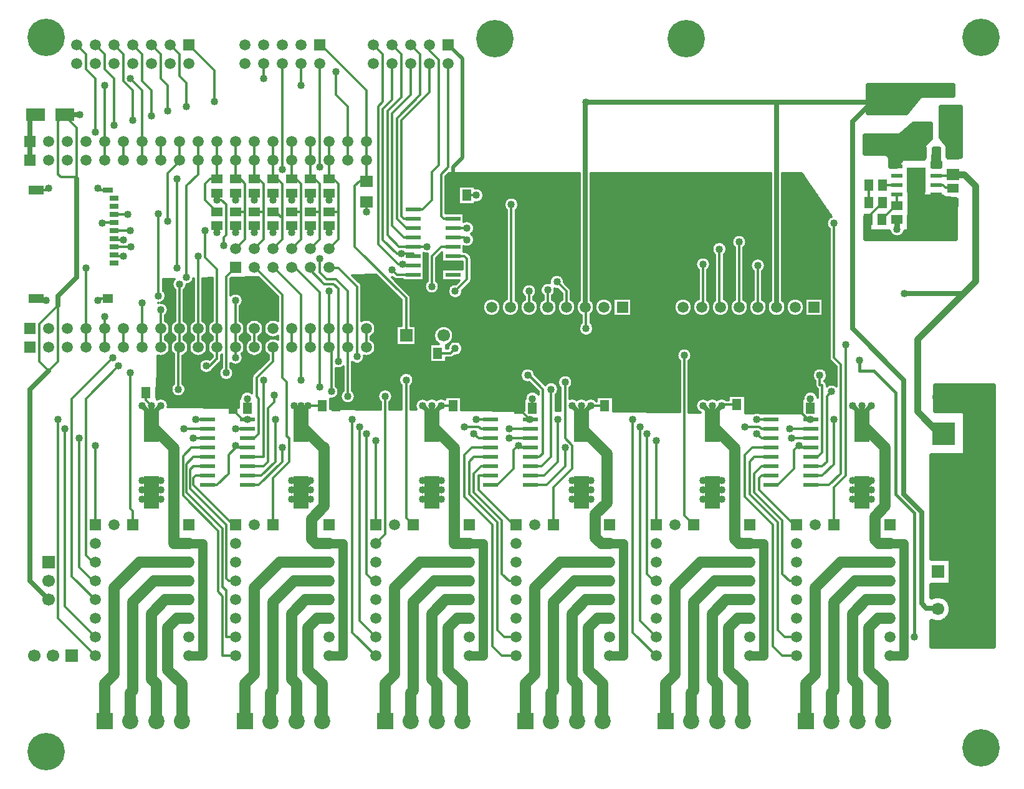
<source format=gbr>
G04 DipTrace 3.3.1.3*
G04 Top.gbr*
%MOIN*%
G04 #@! TF.FileFunction,Copper,L1,Top*
G04 #@! TF.Part,Single*
G04 #@! TA.AperFunction,CopperBalancing*
%ADD14C,0.012*%
G04 #@! TA.AperFunction,ViaPad*
%ADD15C,0.03*%
G04 #@! TA.AperFunction,CopperBalancing*
%ADD16C,0.025*%
G04 #@! TA.AperFunction,Conductor*
%ADD17C,0.014*%
%ADD18C,0.05*%
%ADD19C,0.059055*%
%ADD20C,0.06*%
%ADD21C,0.02*%
%ADD23C,0.015*%
%ADD24C,0.035*%
%ADD26R,0.070866X0.062992*%
%ADD27R,0.051181X0.059055*%
%ADD28R,0.059055X0.051181*%
%ADD30R,0.082677X0.177165*%
%ADD32R,0.098425X0.066929*%
G04 #@! TA.AperFunction,ComponentPad*
%ADD33R,0.059055X0.059055*%
%ADD34C,0.059055*%
%ADD35R,0.066929X0.066929*%
%ADD36C,0.066929*%
%ADD37R,0.137795X0.09252*%
G04 #@! TA.AperFunction,ComponentPad*
%ADD38C,0.2*%
%ADD39R,0.051181X0.027559*%
%ADD40R,0.07874X0.047244*%
%ADD41R,0.055118X0.047244*%
%ADD42R,0.055118X0.031496*%
G04 #@! TA.AperFunction,ComponentPad*
%ADD43R,0.12X0.12*%
%ADD44C,0.12*%
%ADD45R,0.086614X0.086614*%
%ADD46C,0.086614*%
%ADD48R,0.062992X0.024016*%
%ADD49R,0.10315X0.138189*%
%ADD50R,0.07874X0.023622*%
G04 #@! TA.AperFunction,ViaPad*
%ADD51C,0.04*%
%FSLAX26Y26*%
G04*
G70*
G90*
G75*
G01*
G04 Top*
%LPD*%
X2243700Y3693700D2*
D14*
Y3793700D1*
X1443700Y3518700D2*
Y3481200D1*
X1543700Y3518700D2*
Y3481200D1*
X1643700Y3518700D2*
Y3481200D1*
X1743700Y3518700D2*
Y3481200D1*
X1843700Y3518700D2*
Y3481200D1*
X1943700Y3518700D2*
Y3481200D1*
X2043700Y3518700D2*
Y3481200D1*
X2243700Y3693700D2*
Y3581200D1*
X893700Y3273621D2*
Y3268700D1*
X943700D1*
X1481200Y3237451D2*
Y3281200D1*
X1493700Y3293700D1*
Y3456200D1*
X1468700Y3481200D1*
X1443700D1*
X2456200Y2756200D2*
Y2956200D1*
X2181200Y3231200D1*
Y3556200D1*
X2206200Y3581200D1*
X2243700D1*
X1993700Y4311810D2*
Y4318700D1*
X2243700Y4068700D1*
Y3793700D1*
X5081695Y3325364D2*
D15*
Y3377364D1*
X629920Y3937007D2*
D16*
X712007D1*
X3418700Y4005844D2*
X4437007D1*
X4991249D1*
X4437007Y2907873D2*
Y4005844D1*
X3413385Y2907794D2*
Y4005844D1*
X3418700D1*
Y2793700D2*
D14*
Y2907794D1*
X3413385D1*
X5299951Y1293700D2*
D16*
Y1299212D1*
X5236220D1*
X5212449Y1322982D1*
Y1812451D1*
X5118700Y1906200D1*
Y2518700D1*
X4843700Y2793700D1*
Y3901180D1*
X4948364Y4005844D1*
X4991249D1*
X543700Y1343700D2*
X443700Y1443700D1*
Y2468700D1*
X543700Y2568700D1*
D17*
X593700Y2618700D1*
Y2918700D1*
D16*
Y2968700D1*
X693700Y3068700D1*
Y3593700D1*
D14*
Y3602729D1*
Y3868700D1*
X629920Y3932480D1*
Y3937007D1*
X543700Y2568700D2*
D17*
X493700Y2618700D1*
Y2818700D1*
X593700Y2918700D1*
X693700Y3602729D2*
D14*
X609671D1*
X593700Y3618700D1*
Y3900787D1*
X629920Y3937007D1*
X4925695Y3377364D2*
Y3390364D1*
X5003695Y3468364D1*
X5347461Y3961385D2*
X5392978D1*
X5407249Y3975655D1*
X5347461Y3961385D2*
X5382519D1*
X5407249Y3936655D1*
X1443700Y3343700D2*
Y3306200D1*
X1543700Y3343700D2*
Y3306200D1*
X1643700Y3343700D2*
Y3306200D1*
X1743700Y3343700D2*
Y3306200D1*
X1843700Y3343700D2*
Y3306200D1*
X1943700Y3343700D2*
Y3306200D1*
X1643700Y2693700D2*
Y2793700D1*
X2243700Y2693700D2*
Y2793700D1*
X943700Y3693700D2*
Y3793700D1*
X1293700Y1043700D2*
D18*
X1368700D1*
Y1643700D1*
X1293700D1*
X2043700Y1043700D2*
X2118700D1*
Y1643700D1*
X2043700D1*
X1393700Y1956200D2*
D14*
X1443700D1*
X1506200Y2018700D1*
Y2118700D1*
X1543700Y2156200D1*
X1606298D1*
X2793700Y1043700D2*
D18*
X2868700D1*
Y1643700D1*
X2793700D1*
X3543700Y1043700D2*
X3618700D1*
Y1643700D1*
X3543700D1*
X2906200Y1956200D2*
D14*
X2943700D1*
X3031200Y2043700D1*
Y2143700D1*
X3043700Y2156200D1*
X3118798D1*
X4293700Y1043700D2*
D18*
X4368700D1*
Y1643700D1*
X4293700D1*
X5043700Y1043700D2*
X5118700D1*
Y1643700D1*
X5043700D1*
X4406200Y1956200D2*
D14*
X4443700D1*
X4531200Y2043700D1*
Y2143700D1*
X4543700Y2156200D1*
X4618798D1*
X4893700Y2273031D2*
D16*
Y2331200D1*
X4943700Y2381200D1*
X4893700Y2273031D2*
Y2381200D1*
Y2331200D2*
X4843700Y2381200D1*
X4093700Y2273031D2*
Y2331200D1*
X4143700Y2381200D1*
X4093700Y2273031D2*
Y2381200D1*
Y2331200D2*
X4043700Y2381200D1*
X3393700Y2273031D2*
Y2331200D1*
X3443700Y2381200D1*
X3393700Y2273031D2*
Y2381200D1*
Y2331200D2*
X3343700Y2381200D1*
X2593700Y2273031D2*
Y2331200D1*
X2643700Y2381200D1*
X2593700Y2273031D2*
Y2381200D1*
Y2331200D2*
X2543700Y2381200D1*
X1893700Y2273031D2*
Y2343700D1*
X1931200Y2381200D1*
X1893700Y2273031D2*
Y2381200D1*
Y2343700D2*
X1856200Y2381200D1*
X1093700Y2273031D2*
Y2331200D1*
X1143700Y2381200D1*
X1093700Y2273031D2*
Y2381200D1*
Y2331200D2*
X1043700Y2381200D1*
X860235Y2955511D2*
D14*
X818011D1*
X806200Y2943700D1*
X860235Y3533464D2*
X816436D1*
X806200Y3543700D1*
X478346Y3533464D2*
X533464D1*
X543700Y3543700D1*
X1606003Y2368700D2*
Y2418503D1*
X1606200Y2418700D1*
X4618503Y2368700D2*
Y2418700D1*
X4618700D1*
X1543700Y2156200D2*
Y2168700D1*
X3118798Y2156200D2*
X3056200D1*
Y2168700D1*
X3131003Y2368700D2*
Y2418700D1*
X3131200D1*
X4556200Y2168700D2*
Y2156200D1*
X4618798D1*
X2706298Y3281200D2*
X2768700D1*
X2781200Y3268700D1*
X2243700Y3470964D2*
Y3418700D1*
X893700Y3360235D2*
X835235D1*
X831200Y3356200D1*
X2831200Y3506200D2*
X2781200D1*
X2493700Y3081200D2*
X2406200D1*
X2381200Y3106200D1*
X2043700Y3343700D2*
Y3306200D1*
X5590550Y1673228D2*
D16*
X5531495D1*
X5472440D1*
X5413385D1*
X5354330D1*
Y1633857D1*
X5413385D1*
X5472440D1*
X5531495D1*
X5590550D1*
Y1673228D1*
X1293700Y1643700D2*
D19*
X1212449D1*
D20*
Y2154281D1*
X1093700Y2273031D1*
X2043700Y1643700D2*
D19*
X1974949D1*
D20*
X1949949Y1668700D1*
Y1774949D1*
X2018700Y1843700D1*
Y2156200D1*
X2010531D1*
X1893700Y2273031D1*
X2793700Y1643700D2*
D19*
X2712451D1*
D20*
Y2154280D1*
X2593700Y2273031D1*
X4293700Y1643700D2*
D19*
X4237449D1*
D20*
X4212449Y1668700D1*
Y2154281D1*
X4093700Y2273031D1*
X5043700Y1643700D2*
D19*
X4984174D1*
D20*
X4962451Y1665423D1*
Y1787451D1*
X5018700Y1843700D1*
Y2156200D1*
X4901869Y2273031D1*
X4893700D1*
X3543700Y1643700D2*
D19*
X3499951D1*
D20*
X3468700Y1674951D1*
Y1799949D1*
X3531200Y1862449D1*
Y2124949D1*
X3393700Y2262449D1*
Y2273031D1*
X2006200Y2381200D2*
D14*
X1931200D1*
X2706200D2*
X2643700D1*
X3518700D2*
X3443700D1*
X4224950Y2387450D2*
X4149950D1*
X4143700Y2381200D1*
X1093700D2*
X1062450Y2412450D1*
Y2449950D1*
X2624950Y2662450D2*
X2693700D1*
X2718700Y2687450D1*
X793700Y1143700D2*
X631200Y1306200D1*
Y2256200D1*
X1268700D2*
X1393700D1*
X793700Y1043700D2*
X593700Y1243700D1*
Y2306200D1*
X1331200D2*
X1393700D1*
X2143700Y2693700D2*
Y2793700D1*
X893700Y3230314D2*
X982086D1*
X1993700Y3168700D2*
Y3093700D1*
X2031200Y3056200D1*
X2081200D1*
X2143700Y2993700D1*
Y2793700D1*
X2293700Y1643700D2*
X2343700Y1693700D1*
Y2431200D1*
X2143700D2*
Y2693700D1*
X2043700Y3221554D2*
X2093700Y3271554D1*
Y3418503D1*
Y3568700D1*
X2068700Y3593700D1*
X2068503Y3593503D1*
X2043700D1*
Y3693700D1*
Y3793700D1*
Y3418503D2*
X2093700D1*
X1293700Y4311810D2*
X1431200Y4174310D1*
Y4006200D1*
X1743700Y1743700D2*
Y1993700D1*
X1831200Y2081200D1*
Y2206200D1*
X1818700Y2218700D1*
Y2506200D1*
X1793700Y2531200D1*
Y2974950D1*
X1643700Y3124950D1*
Y3121554D1*
X1843700Y3221554D2*
X1893700Y3271554D1*
Y3418503D1*
Y3568700D1*
X1868700Y3593700D1*
X1843897D1*
X1843700Y3593503D1*
Y3693700D2*
Y3793700D1*
Y3693700D2*
Y3593503D1*
Y3418503D2*
X1893700D1*
X1093700Y4311810D2*
X1143700Y4261810D1*
Y4131200D1*
X1181200Y4093700D1*
Y3956200D1*
X1606298Y2206200D2*
X1643700D1*
X1668700Y2231200D1*
Y2418700D1*
X1656200Y2431200D1*
Y2531200D1*
X1743700Y2618700D1*
Y2693700D1*
X1343700D2*
Y2793700D1*
X893700Y3187007D2*
Y3181200D1*
X943700D1*
X1343700D2*
Y2793700D1*
X1943700Y3221554D2*
X1993700Y3271554D1*
Y3418503D1*
Y3568700D1*
X1968700Y3593700D1*
X1943897D1*
X1943700Y3593503D1*
Y3693700D1*
Y3793700D1*
Y3418503D2*
X1993700D1*
X1193700Y4311810D2*
X1243700Y4261810D1*
Y4143700D1*
X1281200Y4106200D1*
Y3981200D1*
X1443700Y2693700D2*
Y2793700D1*
X893700Y3316928D2*
X979428D1*
X1381200Y3318700D2*
Y3174950D1*
X1443700Y3112450D1*
Y2793700D1*
X793700Y1543700D2*
X781200D1*
X743700Y1581200D1*
Y2418700D1*
X918700Y2593700D1*
X1387450D2*
X1406200D1*
X1441896Y2629396D1*
X1443700D1*
Y2693700D1*
X1143700Y3793700D2*
Y3693700D1*
X1993700Y3656200D2*
Y4211810D1*
X843700Y693700D2*
D20*
Y893700D1*
X893700Y943700D1*
Y1406200D1*
X1031200Y1543700D1*
X1293700D1*
X981495Y693700D2*
Y843995D1*
X993700Y856200D1*
Y1331200D1*
X1106200Y1443700D1*
X1293700D1*
X1119291Y693700D2*
Y893109D1*
X1093700Y918700D1*
Y1268700D1*
X1168700Y1343700D1*
X1293700D1*
X1543700Y1143700D2*
D14*
X1493700D1*
Y1393700D1*
X1474949Y1412451D1*
Y1724951D1*
X1281200Y1918700D1*
Y2068700D1*
X1318700Y2106200D1*
X1393700D1*
X1543700Y1043700D2*
X1474949D1*
Y1362451D1*
X1449949Y1387451D1*
Y1712451D1*
X1262449Y1899951D1*
Y2112449D1*
X1306200Y2156200D1*
X1393700D1*
X1443700Y3593503D2*
Y3693700D1*
Y3793700D2*
Y3693700D1*
X693700Y4311810D2*
X743700Y4261810D1*
Y4181200D1*
X793700Y4131200D1*
Y3843700D1*
X1443700Y3593503D2*
X1406003D1*
X1381200Y3568700D1*
Y3481003D1*
X1443700Y3418503D1*
X3043700Y1043700D2*
X2968700D1*
X2918700Y1093700D1*
Y1743700D1*
X2768700Y1893700D1*
Y2118700D1*
X2806200Y2156200D1*
X2906200D1*
X2493700Y1743700D2*
X2456200Y1781200D1*
Y2518700D1*
X1893700D2*
Y2974950D1*
X1743700Y3124950D1*
Y3121554D1*
X1543700Y2693700D2*
Y2793700D1*
X893700Y3403543D2*
X966043D1*
X1131200Y3406200D2*
Y2968700D1*
X1543700Y2943700D2*
Y2793700D1*
X793700Y1343700D2*
X668700Y1468700D1*
Y2418700D1*
X887450Y2637450D1*
X1543700D2*
Y2693700D1*
X1293700Y1243700D2*
D20*
X1231200D1*
X1181200Y1193700D1*
Y968700D1*
X1257086Y892814D1*
Y693700D1*
X1743700Y3221554D2*
D14*
X1793700Y3271554D1*
Y3383434D1*
Y3568700D1*
X1768700Y3593700D1*
X1743897D1*
X1743700Y3593503D1*
Y3693700D1*
Y3793700D1*
Y3418503D2*
X1758630D1*
X1793700Y3383434D1*
X993700Y4311810D2*
X1043700Y4261810D1*
Y4118700D1*
X1093700Y4068700D1*
Y3931200D1*
X2293700Y1143700D2*
X2206200Y1231200D1*
Y2268700D1*
X2768700D2*
X2843700D1*
X2856200Y2256200D1*
X2906200D1*
X1543700Y1443700D2*
X1506200D1*
X1493700Y1456200D1*
Y1743700D1*
X1299949Y1937451D1*
Y2037449D1*
X1318700Y2056200D1*
X1393700D1*
X2043700Y1243700D2*
D20*
X1981200D1*
X1931200Y1193700D1*
Y968700D1*
X2007086Y892814D1*
Y693700D1*
X2343700D2*
Y893700D1*
X2393700Y943700D1*
Y1406200D1*
X2531200Y1543700D1*
X2793700D1*
X2481495Y693700D2*
Y843995D1*
X2493700Y856200D1*
Y1331200D1*
X2606200Y1443700D1*
X2793700D1*
X2619291Y693700D2*
Y893109D1*
X2593700Y918700D1*
Y1268700D1*
X2668700Y1343700D1*
X2793700D1*
X1643700Y3221554D2*
D14*
X1693700Y3271554D1*
Y3418503D1*
Y3568700D1*
X1668700Y3593700D1*
X1643897D1*
X1643700Y3593503D1*
Y3693700D1*
Y3793700D2*
Y3693700D1*
Y3418503D2*
X1693700D1*
X893700Y4311810D2*
X943700Y4261810D1*
Y4118700D1*
X993700Y4068700D1*
Y3906200D1*
X3243700Y1743700D2*
Y1943700D1*
X3343700Y2043700D1*
Y2168700D1*
X3306200Y2206200D1*
Y2506200D1*
X1993700Y2481200D2*
Y2987450D1*
X1843700Y3137450D1*
Y3121554D1*
X1243700Y3793700D2*
Y3693700D1*
X3013385Y2907794D2*
X3018700D1*
Y3456200D1*
X1181200Y3368700D2*
Y3624951D1*
X1243700Y3687451D1*
Y3693700D1*
X3793700Y1143700D2*
X3706200Y1231200D1*
Y2268700D1*
X4268700D2*
X4343700D1*
X4356200Y2256200D1*
X4406200D1*
X2793700Y1243700D2*
D20*
X2731200D1*
X2681200Y1193700D1*
Y968700D1*
X2757086Y892814D1*
Y693700D1*
X4593700D2*
Y893700D1*
X4643700Y943700D1*
Y1406200D1*
X4781200Y1543700D1*
X5043700D1*
X4731495Y693700D2*
Y843995D1*
X4743700Y856200D1*
Y1331200D1*
X4856200Y1443700D1*
X5043700D1*
X4869291Y693700D2*
Y893109D1*
X4843700Y918700D1*
Y1268700D1*
X4918700Y1343700D1*
X5043700D1*
X1943700Y2693700D2*
D14*
Y2793700D1*
X2581200Y4211810D2*
Y4056200D1*
X2431200Y3906200D1*
Y3393700D1*
X2443700Y3381200D1*
X2493700D1*
X3993700Y1743700D2*
X3943700Y1793700D1*
Y2649949D1*
X2093700Y2618700D2*
Y3006200D1*
X2068700Y3031200D1*
X2018700D1*
X1943700Y3106200D1*
Y3121554D1*
X4743700Y1743700D2*
Y1943700D1*
X4806200Y2006200D1*
Y2706200D1*
X2193700Y2643700D2*
Y3018700D1*
X2093700Y3118700D1*
X2043700D1*
Y3121554D1*
Y2693700D2*
Y2793700D1*
X1606298Y2056200D2*
X1693700D1*
X1718700Y2081200D1*
Y2368700D1*
X1749950Y2399950D1*
Y2437450D1*
X2056200Y2456200D2*
Y2693700D1*
X2043700D1*
X3118798Y2056200D2*
X3181200D1*
X3231200Y2106200D1*
Y2468700D1*
X4618798Y2056200D2*
X4681200D1*
X4706200Y2081200D1*
Y2431200D1*
X4731200Y2456200D1*
X2043700Y2793700D2*
Y2993700D1*
X2718700D2*
X2781200Y3056200D1*
Y3168700D1*
X2768700Y3181200D1*
X2706298D1*
X1843700Y2693700D2*
Y2793700D1*
X4543700Y1443700D2*
X4506200D1*
X4468700Y1481200D1*
Y1768700D1*
X4318700Y1918700D1*
Y2018700D1*
X4356200Y2056200D1*
X4406200D1*
X1606298Y2306200D2*
X1581200D1*
X1531200Y2356200D1*
Y2368700D1*
X3118798Y2306200D2*
X3118700D1*
X3056200Y2368700D1*
X4618798Y2306200D2*
X4606200D1*
X4543700Y2368700D1*
X3268700Y2306200D2*
Y2081200D1*
X3193700Y2006200D1*
X3118798D1*
X1606298Y2306200D2*
X1606190D1*
X1756200D2*
Y2081200D1*
X1681200Y2006200D1*
X1606298D1*
X4618798Y2306200D2*
X4618708D1*
X4743700D2*
Y2068700D1*
X4681200Y2006200D1*
X4618798D1*
X2556200Y2756200D2*
D21*
X2581200D1*
X2831200Y3006200D1*
Y3393700D1*
X2793700Y3431200D1*
X2706298D1*
Y3506200D1*
X2706397D1*
X2681200Y4311810D2*
X2756200Y4236810D1*
Y3706200D1*
X2706397Y3656397D1*
Y3506200D1*
X1531200Y2368700D2*
D23*
Y2443700D1*
X1593700Y2506200D1*
Y2581200D1*
X2581200D2*
Y2756200D1*
X3056200Y2581200D2*
Y2368700D1*
X4537451Y2631200D2*
Y2368700D1*
X4543700D1*
X4881200Y2624949D2*
Y2568700D1*
X4956200D1*
X5074949Y2449951D1*
Y1906201D1*
X5174949Y1806201D1*
Y1143700D1*
X2556200Y2756200D2*
D14*
Y2893700D1*
X2631200Y2968700D1*
Y3118700D1*
X2643700Y3131200D1*
X2706298D1*
X943700Y2693700D2*
Y2793700D1*
X5043700Y1243700D2*
D20*
X4981200D1*
X4931200Y1193700D1*
Y968700D1*
X5007086Y892814D1*
Y693700D1*
X3843700D2*
Y893700D1*
X3893700Y943700D1*
Y1406200D1*
X4031200Y1543700D1*
X4293700D1*
X2493700Y3231200D2*
D14*
X2418700D1*
X2356200Y3293700D1*
Y3956200D1*
X2431200Y4031200D1*
Y4261810D1*
X2381200Y4311810D1*
X2493700Y3231200D2*
X2568700D1*
X4237007Y3256200D2*
Y2907873D1*
X3981495Y693700D2*
D20*
Y843995D1*
X3993700Y856200D1*
Y1331200D1*
X4106200Y1443700D1*
X4293700D1*
X1143700Y2693700D2*
D14*
Y2793700D1*
Y2893700D1*
X3113385Y2993700D2*
Y2907794D1*
X3793700Y1043700D2*
X3668700Y1168700D1*
Y2306200D1*
X4331200D2*
X4406200D1*
X4119291Y693700D2*
D20*
Y893109D1*
X4093700Y918700D1*
Y1268700D1*
X4168700Y1343700D1*
X4293700D1*
X2681200Y4211810D2*
D14*
Y3656200D1*
X2643700Y3618700D1*
Y3393700D1*
X2656200Y3381200D1*
X2706298D1*
X2493700Y3431200D2*
X2543700D1*
X2593700Y3481200D1*
Y3631200D1*
X2631200Y3668700D1*
Y4231200D1*
X2581200Y4281200D1*
Y4311810D1*
X2481200D2*
X2531200Y4261810D1*
Y4043700D1*
X2406200Y3918700D1*
Y3381200D1*
X2456200Y3331200D1*
X2493700D1*
Y3131200D2*
X2437449D1*
Y3137451D1*
X4043700D2*
Y2907873D1*
X4037007D1*
X2281200Y4311810D2*
X2331200Y4261810D1*
Y4006200D1*
X2306200Y3981200D1*
Y3243700D1*
X2412449Y3137451D1*
X2437449D1*
X993700Y1743700D2*
Y1818700D1*
X981200Y1831200D1*
Y2556200D1*
X1493700D2*
Y3071554D1*
X1543700Y3121554D1*
X5291338Y3561417D2*
X5326642D1*
X5341695Y3546364D1*
X5377498D1*
X5380695Y3543167D1*
X843700Y3693700D2*
Y3793700D1*
Y4093700D1*
X1893700D2*
Y4211810D1*
X843700Y2693700D2*
Y2793700D1*
X4337007Y2907873D2*
Y3131200D1*
X843700Y2856200D2*
Y2793700D1*
X1043700Y2693700D2*
Y2793700D1*
X3213385Y2907794D2*
Y2999949D1*
X1043700Y2931200D2*
Y2793700D1*
X4543700Y1143700D2*
X4481200D1*
X4443700Y1181200D1*
Y1756200D1*
X4293700Y1906200D1*
Y2081200D1*
X4318700Y2106200D1*
X4406200D1*
X4543700Y1043700D2*
X4468700D1*
X4418700Y1093700D1*
Y1743700D1*
X4268700Y1893700D1*
Y2118700D1*
X4306200Y2156200D1*
X4406200D1*
X4293700Y1243700D2*
D20*
X4231200D1*
X4181200Y1193700D1*
Y968700D1*
X4257086Y892814D1*
Y693700D1*
X3093700D2*
Y893700D1*
X3143700Y943700D1*
Y1406200D1*
X3281200Y1543700D1*
X3543700D1*
X3043700Y1143700D2*
D14*
X2981200D1*
X2943700Y1181200D1*
Y1756200D1*
X2793700Y1906200D1*
Y2081200D1*
X2818700Y2106200D1*
X2906200D1*
X5003695Y3559364D2*
X5076687D1*
X5078739Y3561417D1*
X2293700Y1043700D2*
X2168700Y1168700D1*
Y2306200D1*
X2831200D2*
X2906200D1*
X4928892Y3468364D2*
Y3559364D1*
X2493700Y3281200D2*
X2443700D1*
X2381200Y3343700D1*
Y3943700D1*
X2481200Y4043700D1*
Y4211810D1*
X5078739Y3511417D2*
Y3455123D1*
X5081695Y3452167D1*
X5075301D1*
X5000498Y3377364D1*
X3231495Y693700D2*
D20*
Y843995D1*
X3243700Y856200D1*
Y1331200D1*
X3356200Y1443700D1*
X3543700D1*
X3369291Y693700D2*
Y893109D1*
X3343700Y918700D1*
Y1268700D1*
X3418700Y1343700D1*
X3543700D1*
X743700Y2693700D2*
D14*
Y2793700D1*
X1793700Y4211810D2*
Y3643700D1*
X1231200Y3593700D2*
Y3118700D1*
X743700D2*
Y2793700D1*
X793700Y1743700D2*
Y2168700D1*
X1543700Y2256200D2*
X1606298D1*
X3543700Y1243700D2*
D20*
X3481200D1*
X3431200Y1193700D1*
Y968700D1*
X3507086Y892814D1*
Y693700D1*
X1606298Y1956200D2*
D14*
X1668700D1*
X1793700Y2081200D1*
Y2156200D1*
X3006200Y2206200D2*
X3118798D1*
X1043700Y3693700D2*
Y3793700D1*
Y4068700D1*
X981200Y4131200D1*
X1693700D2*
Y4211810D1*
X1593700Y693700D2*
D20*
Y893700D1*
X1643700Y943700D1*
Y1406200D1*
X1781200Y1543700D1*
X2043700D1*
X1731495Y693700D2*
Y843995D1*
X1743700Y856200D1*
Y1331200D1*
X1856200Y1443700D1*
X2043700D1*
X1869291Y693700D2*
Y893109D1*
X1843700Y918700D1*
Y1268700D1*
X1918700Y1343700D1*
X2043700D1*
X2143700Y3693700D2*
D14*
Y3793700D1*
X2081200Y4168700D2*
Y4043700D1*
X2143700Y3981200D1*
Y3793700D1*
X2493700Y3181200D2*
Y3193700D1*
X2431200D1*
X4131200Y3218700D2*
Y2907873D1*
X4137007D1*
X2381200Y4211810D2*
Y4018700D1*
X2331200Y3968700D1*
Y3268700D1*
X2406200Y3193700D1*
X2431200D1*
X3118798Y1956200D2*
X3206200D1*
X3306200Y2056200D1*
Y2156200D1*
X4518700Y2206200D2*
X4618798D1*
X1343700Y3693700D2*
Y3793700D1*
X3313385Y2907794D2*
Y2992764D1*
X3262449Y3043700D1*
X1281200Y3068700D2*
Y3556200D1*
X1343700Y3618700D1*
Y3693700D1*
X1543700Y3221554D2*
X1593700Y3271554D1*
Y3418503D1*
Y3568700D1*
X1568897Y3593503D1*
X1543700D1*
Y3693700D1*
Y3793700D2*
Y3693700D1*
Y3418503D2*
X1593700D1*
X793700Y4311810D2*
X843700Y4261810D1*
Y4181200D1*
X893700Y4131200D1*
Y3881200D1*
X1243700Y2693700D2*
Y2793700D1*
X1606298Y2106200D2*
X1693700D1*
Y2518700D1*
X1237451Y2468700D2*
Y2693700D1*
X1243700D1*
X4618798Y2106200D2*
X4656200D1*
X4681200Y2131200D1*
Y2490909D1*
X4668700D1*
Y2543700D1*
X3118798Y2106200D2*
X3168699D1*
X3187449Y2124951D1*
Y2468701D1*
X3106200Y2549951D1*
Y2543700D1*
X1243700Y2793700D2*
Y3031200D1*
X2593700Y3018700D2*
Y3181200D1*
X2643700Y3231200D1*
X2706298D1*
Y3331200D2*
X2781200D1*
X4743700Y3356200D2*
Y2637451D1*
X4781200Y2599951D1*
Y2018700D1*
X4718700Y1956200D1*
X4618798D1*
X2293700Y1443700D2*
X2281200D1*
X2243700Y1481200D1*
Y2231200D1*
X2818700D2*
X2843700Y2206200D1*
X2906200D1*
X793700Y1443700D2*
X781200D1*
X706200Y1518700D1*
Y2206200D1*
X1318700D2*
X1393700D1*
X1543700Y1743700D2*
X1531200D1*
X1318700Y1956200D1*
Y1993700D1*
X1331200Y2006200D1*
X1393700D1*
X2293700Y1743700D2*
Y2193700D1*
X3006200Y2256200D2*
X3118798D1*
X3043700Y1443700D2*
X3006200D1*
X2968700Y1481200D1*
Y1768700D1*
X2818700Y1918700D1*
Y2018700D1*
X2856200Y2056200D1*
X2906200D1*
X3793700Y1743700D2*
Y2193700D1*
X4506200Y2256200D2*
X4618798D1*
X3043700Y1743700D2*
X3031200D1*
X2843700Y1931200D1*
Y2006200D1*
X2906200D1*
X3793700Y1443700D2*
X3781200D1*
X3743700Y1481200D1*
Y2231200D1*
X4331200D2*
X4356200Y2206200D1*
X4406200D1*
X4543700Y1743700D2*
X4531200D1*
X4343700Y1931200D1*
Y1993700D1*
X4356200Y2006200D1*
X4406200D1*
X478346Y2955511D2*
X519389D1*
X531200Y2943700D1*
X443700Y3693700D2*
D16*
Y3793700D1*
Y3908267D1*
X472440Y3937007D1*
X4893700Y1918700D2*
D14*
Y1931200D1*
X4843700Y1981200D1*
X4893700Y1918700D2*
X4943700Y1968700D1*
Y1981200D1*
X4893700Y1918700D2*
X4856200D1*
X4843700Y1931200D1*
X4893700Y1918700D2*
X4931200D1*
X4943700Y1931200D1*
X4893700Y1918700D2*
X4856200Y1881200D1*
X4843700D1*
X4893700Y1918700D2*
X4906200D1*
X4943700Y1881200D1*
X4093700Y1918700D2*
Y1931200D1*
X4143700Y1981200D1*
X4093700Y1918700D2*
X4131200D1*
X4143700Y1931200D1*
X4093700Y1918700D2*
X4106200D1*
X4143700Y1881200D1*
X4093700Y1918700D2*
X4081200D1*
X4043700Y1881200D1*
X4093700Y1918700D2*
X4056200D1*
X4043700Y1931200D1*
X4093700D2*
X4043700Y1981200D1*
X5291338Y3611417D2*
X5373983D1*
X5380695Y3618128D1*
X1893700Y1918700D2*
Y1931200D1*
X1843700Y1981200D1*
X1893700Y1918700D2*
X1943700Y1968700D1*
Y1981200D1*
X1893700Y1918700D2*
X1856200D1*
X1843700Y1931200D1*
X1893700Y1918700D2*
X1931200D1*
X1943700Y1931200D1*
X1893700Y1918700D2*
X1856200Y1881200D1*
X1843700D1*
X1893700Y1918700D2*
X1906200D1*
X1943700Y1881200D1*
X1093700Y1918700D2*
Y1931200D1*
X1143700Y1981200D1*
X1093700Y1918700D2*
X1131200D1*
X1143700Y1931200D1*
X1093700Y1918700D2*
X1106200D1*
X1143700Y1881200D1*
X1093700Y1918700D2*
X1081200D1*
X1043700Y1881200D1*
X1093700Y1918700D2*
X1056200D1*
X1043700Y1931200D1*
X1093700D2*
X1043700Y1981200D1*
X2593700Y1918700D2*
Y1931200D1*
X2643700Y1981200D1*
X2593700Y1918700D2*
X2631200D1*
X2643700Y1931200D1*
X2593700Y1918700D2*
X2606200D1*
X2643700Y1881200D1*
X2593700Y1918700D2*
X2556200D1*
X2543700Y1931200D1*
X2593700D2*
X2543700Y1981200D1*
X2593700Y1918700D2*
X2581200D1*
X2543700Y1881200D1*
X3393700Y1918700D2*
Y1931200D1*
X3343700Y1981200D1*
X3393700Y1918700D2*
X3356200D1*
X3343700Y1931200D1*
X3393700Y1918700D2*
X3381200D1*
X3343700Y1881200D1*
X3393700Y1918700D2*
X3406200D1*
X3443700Y1881200D1*
X3393700Y1918700D2*
X3431200D1*
X3443700Y1931200D1*
X3393700D2*
X3443700Y1981200D1*
X5331495Y2231200D2*
D24*
Y2207873D1*
X5189665Y2349704D1*
Y2738389D1*
X5432476Y2981200D1*
X5499949Y3048674D1*
Y3557431D1*
X5439252Y3618128D1*
X5380695D1*
X5120982Y2981200D2*
D16*
X5432476D1*
D51*
X943700Y3268700D3*
X1481200Y3237451D3*
X712007Y3937007D3*
X3418700Y4005844D3*
D3*
Y2793700D3*
X631200Y2256200D3*
X1268700D3*
X593700Y2306200D3*
X1331200D3*
X982086Y3230314D3*
X1993700Y3168700D3*
X2343700Y2431200D3*
X2143700D3*
X1431200Y4006200D3*
X1181200Y3956200D3*
X943700Y3181200D3*
X1343700D3*
X1281200Y3981200D3*
X979428Y3316928D3*
X1381200Y3318700D3*
X918700Y2593700D3*
X1387450D3*
X1993700Y3656200D3*
X793700Y3843700D3*
X2456200Y2518700D3*
X1893700D3*
X966043Y3403543D3*
X1131200Y3406200D3*
Y2968700D3*
X1543700Y2943700D3*
X887450Y2637450D3*
X1543700D3*
X1093700Y3931200D3*
X2206200Y2268700D3*
X2768700D3*
X993700Y3906200D3*
X3306200Y2506200D3*
X1993700Y2481200D3*
X3018700Y3456200D3*
X1181200Y3368700D3*
X3706200Y2268700D3*
X4268700D3*
X3943700Y2649949D3*
X2093700Y2618700D3*
X4806200Y2706200D3*
X2193700Y2643700D3*
X1749950Y2437450D3*
X2056200Y2456200D3*
X3231200Y2468700D3*
X4731200Y2456200D3*
X3231200Y2468700D3*
X2043700Y2993700D3*
X2718700D3*
X3118708Y2306200D3*
X3268700D3*
X1606190D3*
X1756200D3*
X4618708D3*
X4743700D3*
X1593700Y2581200D3*
X2581200D3*
X3056200D3*
X4537451Y2631200D3*
X4881200Y2624949D3*
X5174949Y1143700D3*
X2568700Y3231200D3*
X4237007Y3256200D3*
X1143700Y2893700D3*
X3113385Y2993700D3*
X3668700Y2306200D3*
X4331200D3*
X2437449Y3137451D3*
X4043700D3*
X981200Y2556200D3*
X1493700D3*
X843700Y4093700D3*
X1893700D3*
X4337007Y3131200D3*
X843700Y2856200D3*
X3213385Y2999949D3*
X1043700Y2931200D3*
X2168700Y2306200D3*
X2831200D3*
X1793700Y3643700D3*
X1231200Y3593700D3*
Y3118700D3*
X743700D3*
X793700Y2168700D3*
X1543700Y2256200D3*
X1793700Y2156200D3*
X3006200Y2206200D3*
X981200Y4131200D3*
X1693700D3*
X2081200Y4168700D3*
X2431200Y3193700D3*
X4131200Y3218700D3*
X3306200Y2156200D3*
X4518700Y2206200D3*
X3262449Y3043700D3*
X1281200Y3068700D3*
X893700Y3881200D3*
X1693700Y2518700D3*
X1237451Y2468700D3*
X4668700Y2543700D3*
X1693700Y2518700D3*
X3106200Y2543700D3*
X1243700Y3031200D3*
X2593700Y3018700D3*
X2781200Y3331200D3*
X4743700Y3356200D3*
X2243700Y2231200D3*
X2818700D3*
X706200Y2206200D3*
X1318700D3*
X2293700Y2193700D3*
X3006200Y2256200D3*
X3793700Y2193700D3*
X4506200Y2256200D3*
X3743700Y2231200D3*
X4331200D3*
X5120982Y2981200D3*
X2243700Y3418700D3*
X1093700Y2381200D3*
X1043700D3*
X1143700D3*
X1856200D3*
X1893700D3*
X1931200D3*
X2543700D3*
X2593700D3*
X2643700D3*
X3343700D3*
X3393700D3*
X3443700D3*
X4043700D3*
X4093700D3*
X4143700D3*
X4843700D3*
X4893700D3*
X4943700D3*
X3443700Y1981200D3*
Y1931200D3*
Y1881200D3*
X3343700Y1981200D3*
Y1931200D3*
Y1881200D3*
X2643700Y1981200D3*
Y1931200D3*
Y1881200D3*
X2543700Y1981200D3*
Y1931200D3*
Y1881200D3*
X4943700Y1981200D3*
Y1931200D3*
Y1881200D3*
X4843700Y1981200D3*
Y1931200D3*
Y1881200D3*
X4143700Y1981200D3*
Y1931200D3*
Y1881200D3*
X4043700Y1981200D3*
Y1931200D3*
Y1881200D3*
X1443700Y3481200D3*
X1543700D3*
X1643700D3*
X1743700D3*
X1843700D3*
X1943700D3*
X2043700D3*
X1943700Y1981200D3*
Y1931200D3*
Y1881200D3*
X1843700Y1981200D3*
Y1931200D3*
Y1881200D3*
X1143700Y1981200D3*
Y1931200D3*
Y1881200D3*
X1043700Y1981200D3*
Y1931200D3*
Y1881200D3*
D15*
X5159695Y3624364D3*
X5185695D3*
X5211695D3*
X5159695Y3585364D3*
X5185695D3*
X5211695D3*
X5159695Y3546364D3*
X5185695D3*
X5211695D3*
X5407249Y3975655D3*
Y3936655D3*
D51*
X5081695Y3325364D3*
X4952249Y4079655D3*
X1543700Y3306200D3*
X1643700D3*
X1743700D3*
X1843700D3*
X1943700D3*
X1443700D3*
X543700Y3543700D3*
X806200D3*
Y2943700D3*
X531200D3*
X1606200Y2418700D3*
X4556200Y2168700D3*
X4618700Y2418700D3*
X1543700Y2168700D3*
X3056200D3*
X3131200Y2418700D3*
X2781200Y3268700D3*
X831200Y3356200D3*
X2831200Y3506200D3*
X2381200Y3106200D3*
X2043700Y3306200D3*
X5354330Y1633857D3*
Y1673228D3*
X5413385D3*
X5472440D3*
X5531495D3*
X5590550D3*
X5413385Y1633857D3*
X5472440D3*
X5531495D3*
X5590550D3*
X2718700Y2687450D3*
X4928266Y4068287D2*
D16*
X5379247D1*
X4928266Y4043418D2*
X5379247D1*
X4928266Y4018549D2*
X5185580D1*
X4928266Y3993680D2*
X5164372D1*
X4928266Y3968812D2*
X5143201D1*
X4925749Y4093132D2*
Y3949164D1*
X5128748Y3948895D1*
X5204119Y4037151D1*
X5206561Y4038786D1*
X5209316Y4039807D1*
X5212238Y4040155D1*
X5381730D1*
X5381748Y4093144D1*
X4925781Y4093155D1*
X5143405Y3861523D2*
X5257469D1*
X5113585Y3836654D2*
X5257469D1*
X4912526Y3811785D2*
X5257469D1*
X4912526Y3786917D2*
X5234072D1*
X4912526Y3762048D2*
X5219970D1*
X4912526Y3737179D2*
X5219970D1*
X5048025Y3712310D2*
X5219970D1*
X5049999Y3687441D2*
X5094626D1*
X5049999Y3662573D2*
X5076864D1*
X5091202Y3823898D2*
X4909987D1*
X4910009Y3730145D1*
X5024451Y3730007D1*
X5027279Y3729209D1*
X5029843Y3727773D1*
X5036334Y3721500D1*
X5045107Y3712509D1*
X5046543Y3709946D1*
X5047340Y3707117D1*
X5047494Y3695976D1*
Y3661419D1*
X5078521Y3661418D1*
X5107325Y3701431D1*
X5109618Y3703268D1*
X5112277Y3704520D1*
X5115154Y3705117D1*
X5222489Y3705163D1*
X5222627Y3769611D1*
X5223424Y3772439D1*
X5224860Y3775003D1*
X5232630Y3782990D1*
X5259965Y3810325D1*
X5259969Y3886357D1*
X5170750Y3886392D1*
X5097640Y3825662D1*
X5094956Y3824464D1*
X5092064Y3823926D1*
X5318338Y3951287D2*
X5418264D1*
X5318410Y3926418D2*
X5418264D1*
X5318482Y3901549D2*
X5418264D1*
X5318554Y3876680D2*
X5418264D1*
X5318625Y3851812D2*
X5418264D1*
X5318661Y3826943D2*
X5418264D1*
X5330682Y3802074D2*
X5418264D1*
X5351998Y3777205D2*
X5418264D1*
X5356447Y3752336D2*
X5418264D1*
X5356842Y3727468D2*
X5418264D1*
X5337326Y3791392D2*
X5345588D1*
Y3781739D1*
X5351764Y3774356D1*
X5353037Y3771707D1*
X5353656Y3768835D1*
X5354551Y3715148D1*
X5420727Y3715155D1*
X5420749Y3976129D1*
X5315800Y3976155D1*
X5316204Y3816050D1*
X5337330Y3791391D1*
X5155531Y3611549D2*
X5213724D1*
X5155029Y3586680D2*
X5213724D1*
X5154563Y3561812D2*
X5213724D1*
X5154096Y3536943D2*
X5213724D1*
X5153594Y3512074D2*
X5213724D1*
X5153127Y3487205D2*
X5340466D1*
X5152661Y3462336D2*
X5391709D1*
X5152158Y3437468D2*
X5391709D1*
X5151692Y3412599D2*
X5391709D1*
X4914713Y3387730D2*
X4926239D1*
X5151225D2*
X5391709D1*
X4914713Y3362861D2*
X4926239D1*
X5150723D2*
X5391709D1*
X4914713Y3337993D2*
X4926239D1*
X5150256D2*
X5391709D1*
X4914713Y3313124D2*
X4932499D1*
X5143726D2*
X5391709D1*
X4914713Y3288255D2*
X5051168D1*
X5112219D2*
X5391709D1*
X5335206Y3491077D2*
X5324667D1*
Y3496352D1*
X5313277Y3498932D1*
X5226768Y3499086D1*
X5223940Y3499884D1*
X5221376Y3501319D1*
X5219218Y3503314D1*
X5217586Y3505757D1*
X5216569Y3508514D1*
X5216224Y3511432D1*
Y3636417D1*
X5153474Y3636418D1*
X5147330Y3321997D1*
X5146532Y3319168D1*
X5145096Y3316605D1*
X5143102Y3314447D1*
X5140658Y3312814D1*
X5137902Y3311797D1*
X5134983Y3311452D1*
X5126048D1*
X5123127Y3304253D1*
X5119314Y3298032D1*
X5114575Y3292484D1*
X5109027Y3287745D1*
X5102805Y3283932D1*
X5096064Y3281140D1*
X5088969Y3279437D1*
X5081695Y3278864D1*
X5074421Y3279437D1*
X5067325Y3281140D1*
X5060584Y3283932D1*
X5054363Y3287745D1*
X5048814Y3292484D1*
X5044075Y3298032D1*
X5040263Y3304253D1*
X5037343Y3311448D1*
X4939298Y3311606D1*
X4936470Y3312403D1*
X4933906Y3313839D1*
X4931749Y3315834D1*
X4930116Y3318277D1*
X4929099Y3321034D1*
X4928754Y3323952D1*
Y3392096D1*
X4912228Y3391403D1*
X4912195Y3272853D1*
X5394215Y3272864D1*
X5394195Y3482810D1*
X5344635Y3486757D1*
X5341871Y3487753D1*
X5335227Y3491075D1*
X5281232Y3730287D2*
X5301208D1*
X5281232Y3705418D2*
X5301208D1*
X5274988Y3680549D2*
X5307451D1*
X5272470Y3681211D2*
Y3661403D1*
X5309957Y3661418D1*
X5309875Y3681325D1*
X5306102Y3685316D1*
X5304666Y3687880D1*
X5303868Y3690708D1*
X5303714Y3700162D1*
Y3755149D1*
X5278715Y3755155D1*
X5278566Y3690708D1*
X5277768Y3687880D1*
X5276332Y3685316D1*
X5272466Y3681232D1*
X5290587Y2462630D2*
X5595232D1*
X5290587Y2437762D2*
X5595232D1*
X5290587Y2412893D2*
X5595232D1*
X5290587Y2388024D2*
X5595232D1*
X5290587Y2363155D2*
X5595232D1*
X5448083Y2338287D2*
X5595232D1*
X5448083Y2313418D2*
X5595232D1*
X5448083Y2288549D2*
X5595232D1*
X5448083Y2263680D2*
X5595232D1*
X5448083Y2238812D2*
X5595232D1*
X5448083Y2213943D2*
X5595232D1*
X5448083Y2189074D2*
X5595232D1*
X5448083Y2164205D2*
X5595232D1*
X5448083Y2139336D2*
X5595232D1*
X5440440Y2114468D2*
X5595232D1*
X5270923Y2089599D2*
X5595232D1*
X5270923Y2064730D2*
X5595232D1*
X5270923Y2039861D2*
X5595232D1*
X5270923Y2014993D2*
X5595232D1*
X5270923Y1990124D2*
X5595232D1*
X5270923Y1965255D2*
X5595232D1*
X5270923Y1940386D2*
X5595232D1*
X5270923Y1915518D2*
X5595232D1*
X5270923Y1890649D2*
X5595232D1*
X5270923Y1865780D2*
X5595232D1*
X5270923Y1840911D2*
X5595232D1*
X5270923Y1816043D2*
X5595232D1*
X5270923Y1791174D2*
X5595232D1*
X5270923Y1766305D2*
X5595232D1*
X5270923Y1741436D2*
X5595232D1*
X5270923Y1716567D2*
X5595232D1*
X5270923Y1691699D2*
X5595232D1*
X5270923Y1666830D2*
X5595232D1*
X5270923Y1641961D2*
X5595232D1*
X5270923Y1617092D2*
X5595232D1*
X5270923Y1592224D2*
X5595232D1*
X5270923Y1567355D2*
X5595232D1*
X5374413Y1542486D2*
X5595232D1*
X5374413Y1517617D2*
X5595232D1*
X5374413Y1492749D2*
X5595232D1*
X5374413Y1467880D2*
X5595232D1*
X5374413Y1443011D2*
X5595232D1*
X5270923Y1418142D2*
X5595232D1*
X5270923Y1393273D2*
X5595232D1*
X5270923Y1368405D2*
X5595232D1*
X5354353Y1343536D2*
X5595232D1*
X5369963Y1318667D2*
X5595232D1*
X5374413Y1293798D2*
X5595232D1*
X5370035Y1268930D2*
X5595232D1*
X5354569Y1244061D2*
X5595232D1*
X5270923Y1219192D2*
X5595232D1*
X5270923Y1194323D2*
X5595232D1*
X5270923Y1169455D2*
X5595232D1*
X5270923Y1144586D2*
X5595232D1*
X5270923Y1119717D2*
X5595232D1*
X5268428Y1565665D2*
X5371915D1*
Y1421735D1*
X5268389D1*
X5268405Y1358385D1*
X5277712Y1362142D1*
X5288693Y1364779D1*
X5299951Y1365665D1*
X5311208Y1364779D1*
X5322189Y1362142D1*
X5332622Y1357821D1*
X5342250Y1351921D1*
X5350837Y1344587D1*
X5358171Y1336000D1*
X5364072Y1326371D1*
X5368393Y1315938D1*
X5371029Y1304958D1*
X5371915Y1293700D1*
X5371029Y1282442D1*
X5368393Y1271462D1*
X5364072Y1261029D1*
X5358171Y1251400D1*
X5350837Y1242813D1*
X5342250Y1235479D1*
X5332622Y1229579D1*
X5322189Y1225258D1*
X5311208Y1222621D1*
X5299951Y1221735D1*
X5288693Y1222621D1*
X5277712Y1225258D1*
X5268422Y1229052D1*
X5268405Y1095210D1*
X5597702Y1095176D1*
X5597735Y2487506D1*
X5288103Y2487499D1*
X5288090Y2354991D1*
X5435026Y2354865D1*
X5437854Y2354067D1*
X5440417Y2352632D1*
X5442575Y2350637D1*
X5444208Y2348194D1*
X5445225Y2345437D1*
X5445570Y2342519D1*
X5445416Y2124028D1*
X5444619Y2121200D1*
X5443183Y2118636D1*
X5441188Y2116478D1*
X5438745Y2114846D1*
X5435988Y2113829D1*
X5433070Y2113483D1*
X5268398D1*
X5268405Y1565652D1*
X2674146Y3613331D2*
D14*
X3381199D1*
X3445568D2*
X4404832D1*
X4469177D2*
X4578738D1*
X2669388Y3601462D2*
X3381199D1*
X3445568D2*
X4404832D1*
X4469177D2*
X4586895D1*
X2669388Y3589594D2*
X3381199D1*
X3445568D2*
X4404832D1*
X4469177D2*
X4595027D1*
X2669388Y3577725D2*
X3381199D1*
X3445568D2*
X4404832D1*
X4469177D2*
X4603184D1*
X2669388Y3565856D2*
X3381199D1*
X3445568D2*
X4404832D1*
X4469177D2*
X4611340D1*
X2669388Y3553987D2*
X2735941D1*
X2826466D2*
X3381199D1*
X3445568D2*
X4404832D1*
X4469177D2*
X4619473D1*
X2669388Y3542119D2*
X2735941D1*
X2846201D2*
X3381199D1*
X3445568D2*
X4404832D1*
X4469177D2*
X4627629D1*
X2669388Y3530250D2*
X2735941D1*
X2862443D2*
X3381199D1*
X3445568D2*
X4404832D1*
X4469177D2*
X4635785D1*
X2669388Y3518381D2*
X2735941D1*
X2868912D2*
X3381199D1*
X3445568D2*
X4404832D1*
X4469177D2*
X4643941D1*
X2669388Y3506512D2*
X2735941D1*
X2870880D2*
X3381199D1*
X3445568D2*
X4404832D1*
X4469177D2*
X4652074D1*
X2669388Y3494644D2*
X2735941D1*
X2869099D2*
X3381199D1*
X3445568D2*
X4404832D1*
X4469177D2*
X4660230D1*
X2669388Y3482775D2*
X2735941D1*
X2862935D2*
X2989676D1*
X3047740D2*
X3381199D1*
X3445568D2*
X4404832D1*
X4469177D2*
X4668387D1*
X2669388Y3470906D2*
X2735941D1*
X2847724D2*
X2981941D1*
X3055451D2*
X3381199D1*
X3445568D2*
X4404832D1*
X4469177D2*
X4676520D1*
X2669388Y3459037D2*
X2735941D1*
X2826466D2*
X2979129D1*
X3058287D2*
X3381199D1*
X3445568D2*
X4404832D1*
X4469177D2*
X4684676D1*
X2669388Y3447169D2*
X2980090D1*
X3057302D2*
X3381199D1*
X3445568D2*
X4404832D1*
X4469177D2*
X4692832D1*
X2669388Y3435300D2*
X2985199D1*
X3052216D2*
X3381199D1*
X3445568D2*
X4404832D1*
X4469177D2*
X4700965D1*
X2669388Y3423431D2*
X2993027D1*
X3044388D2*
X3381199D1*
X3445568D2*
X4404832D1*
X4469177D2*
X4709121D1*
X2669388Y3411562D2*
X2993027D1*
X3044388D2*
X3381199D1*
X3445568D2*
X4404832D1*
X4469177D2*
X4717277D1*
X2765341Y3399693D2*
X2993027D1*
X3044388D2*
X3381199D1*
X3445568D2*
X4404832D1*
X4469177D2*
X4725410D1*
X2765341Y3387825D2*
X2993027D1*
X3044388D2*
X3381199D1*
X3445568D2*
X4404832D1*
X4469177D2*
X4720582D1*
X2765341Y3375956D2*
X2993027D1*
X3044388D2*
X3381199D1*
X3445568D2*
X4404832D1*
X4469177D2*
X4709473D1*
X2802373Y3364087D2*
X2993027D1*
X3044388D2*
X3381199D1*
X3445568D2*
X4404832D1*
X4469177D2*
X4704832D1*
X2814630Y3352218D2*
X2993027D1*
X3044388D2*
X3381199D1*
X3445568D2*
X4404832D1*
X4469177D2*
X4704223D1*
X2819787Y3340350D2*
X2993027D1*
X3044388D2*
X3381199D1*
X3445568D2*
X4404832D1*
X4469177D2*
X4707434D1*
X2820795Y3328481D2*
X2993027D1*
X3044388D2*
X3381199D1*
X3445568D2*
X4404832D1*
X4469177D2*
X4715801D1*
X2818005Y3316612D2*
X2993027D1*
X3044388D2*
X3381199D1*
X3445568D2*
X4404832D1*
X4469177D2*
X4718027D1*
X2810341Y3304743D2*
X2993027D1*
X3044388D2*
X3381199D1*
X3445568D2*
X4404832D1*
X4469177D2*
X4718027D1*
X2812334Y3292875D2*
X2993027D1*
X3044388D2*
X3381199D1*
X3445568D2*
X4224152D1*
X4249849D2*
X4404832D1*
X4469177D2*
X4718027D1*
X2818849Y3281006D2*
X2993027D1*
X3044388D2*
X3381199D1*
X3445568D2*
X4206387D1*
X4267615D2*
X4404832D1*
X4469177D2*
X4718027D1*
X2820888Y3269137D2*
X2993027D1*
X3044388D2*
X3381199D1*
X3445568D2*
X4199566D1*
X4274459D2*
X4404832D1*
X4469177D2*
X4718027D1*
X2819154Y3257268D2*
X2993027D1*
X3044388D2*
X3381199D1*
X3445568D2*
X4197340D1*
X4276662D2*
X4404832D1*
X4469177D2*
X4718027D1*
X2813013Y3245399D2*
X2993027D1*
X3044388D2*
X3381199D1*
X3445568D2*
X4102301D1*
X4160107D2*
X4198863D1*
X4275138D2*
X4404832D1*
X4469177D2*
X4718027D1*
X2798013Y3233531D2*
X2993027D1*
X3044388D2*
X3381199D1*
X3445568D2*
X4094496D1*
X4167912D2*
X4204723D1*
X4269302D2*
X4404832D1*
X4469177D2*
X4718027D1*
X2765341Y3221662D2*
X2993027D1*
X3044388D2*
X3381199D1*
X3445568D2*
X4091637D1*
X4170771D2*
X4211332D1*
X4262693D2*
X4404832D1*
X4469177D2*
X4718027D1*
X2765341Y3209793D2*
X2993027D1*
X3044388D2*
X3381199D1*
X3445568D2*
X4092574D1*
X4169834D2*
X4211332D1*
X4262693D2*
X4404832D1*
X4469177D2*
X4718027D1*
X2787795Y3197924D2*
X2993027D1*
X3044388D2*
X3381199D1*
X3445568D2*
X4097613D1*
X4164795D2*
X4211332D1*
X4262693D2*
X4404832D1*
X4469177D2*
X4718027D1*
X2552740Y3186056D2*
X2568504D1*
X2634373D2*
X2647254D1*
X2799654D2*
X2993027D1*
X3044388D2*
X3381199D1*
X3445568D2*
X4105512D1*
X4156873D2*
X4211332D1*
X4262693D2*
X4404832D1*
X4469177D2*
X4718027D1*
X2552740Y3174187D2*
X2568012D1*
X2622513D2*
X2647254D1*
X2806263D2*
X2993027D1*
X3044388D2*
X3381199D1*
X3445568D2*
X4031051D1*
X4056349D2*
X4105512D1*
X4156873D2*
X4211332D1*
X4262693D2*
X4404832D1*
X4469177D2*
X4718027D1*
X2552740Y3162318D2*
X2568012D1*
X2619373D2*
X2647254D1*
X2806873D2*
X2993027D1*
X3044388D2*
X3381199D1*
X3445568D2*
X4013145D1*
X4074255D2*
X4105512D1*
X4156873D2*
X4211332D1*
X4262693D2*
X4313168D1*
X4360849D2*
X4404832D1*
X4469177D2*
X4718027D1*
X2552740Y3150449D2*
X2568012D1*
X2619373D2*
X2755512D1*
X2806873D2*
X2993027D1*
X3044388D2*
X3381199D1*
X3445568D2*
X4006277D1*
X4081123D2*
X4105512D1*
X4156873D2*
X4211332D1*
X4262693D2*
X4302480D1*
X4371537D2*
X4404832D1*
X4469177D2*
X4718027D1*
X2552740Y3138581D2*
X2568012D1*
X2619373D2*
X2755512D1*
X2806873D2*
X2993027D1*
X3044388D2*
X3381199D1*
X3445568D2*
X4004027D1*
X4083373D2*
X4105512D1*
X4156873D2*
X4211332D1*
X4262693D2*
X4298051D1*
X4375966D2*
X4404832D1*
X4469177D2*
X4718027D1*
X2552740Y3126712D2*
X2568012D1*
X2619373D2*
X2755512D1*
X2806873D2*
X2993027D1*
X3044388D2*
X3381199D1*
X3445568D2*
X4005551D1*
X4081849D2*
X4105512D1*
X4156873D2*
X4211332D1*
X4262693D2*
X4297582D1*
X4376435D2*
X4404832D1*
X4469177D2*
X4718027D1*
X2552740Y3114843D2*
X2568012D1*
X2619373D2*
X2755512D1*
X2806873D2*
X2993027D1*
X3044388D2*
X3381199D1*
X3445568D2*
X4011363D1*
X4076037D2*
X4105512D1*
X4156873D2*
X4211332D1*
X4262693D2*
X4300980D1*
X4373037D2*
X4404832D1*
X4469177D2*
X4718027D1*
X2552740Y3102974D2*
X2568012D1*
X2619373D2*
X2647254D1*
X2806873D2*
X2993027D1*
X3044388D2*
X3381199D1*
X3445568D2*
X4018020D1*
X4069380D2*
X4105512D1*
X4156873D2*
X4211332D1*
X4262693D2*
X4309652D1*
X4364365D2*
X4404832D1*
X4469177D2*
X4718027D1*
X2552740Y3091106D2*
X2568012D1*
X2619373D2*
X2647254D1*
X2806873D2*
X2993027D1*
X3044388D2*
X3381199D1*
X3445568D2*
X4018020D1*
X4069380D2*
X4105512D1*
X4156873D2*
X4211332D1*
X4262693D2*
X4311316D1*
X4362677D2*
X4404832D1*
X4469177D2*
X4718027D1*
X2197193Y3079237D2*
X2297332D1*
X2552740D2*
X2568012D1*
X2619373D2*
X2647254D1*
X2806873D2*
X2993027D1*
X3044388D2*
X3246480D1*
X3278412D2*
X3381199D1*
X3445568D2*
X4018020D1*
X4069380D2*
X4105512D1*
X4156873D2*
X4211332D1*
X4262693D2*
X4311316D1*
X4362677D2*
X4404832D1*
X4469177D2*
X4718027D1*
X1639357Y3067368D2*
X1665457D1*
X2180857D2*
X2309215D1*
X2552740D2*
X2568012D1*
X2619373D2*
X2647254D1*
X2806873D2*
X2993027D1*
X3044388D2*
X3230918D1*
X3293998D2*
X3381199D1*
X3445568D2*
X4018020D1*
X4069380D2*
X4105512D1*
X4156873D2*
X4211332D1*
X4262693D2*
X4311316D1*
X4362677D2*
X4404832D1*
X4469177D2*
X4718027D1*
X1156873Y3055499D2*
X1212668D1*
X1369380D2*
X1418027D1*
X1519380D2*
X1677340D1*
X2192716D2*
X2321074D1*
X2392732D2*
X2434652D1*
X2552740D2*
X2568012D1*
X2619373D2*
X2647254D1*
X2806873D2*
X2993027D1*
X3044388D2*
X3224613D1*
X3300279D2*
X3381199D1*
X3445568D2*
X4018020D1*
X4069380D2*
X4105512D1*
X4156873D2*
X4211332D1*
X4262693D2*
X4311316D1*
X4362677D2*
X4404832D1*
X4469177D2*
X4718027D1*
X1156873Y3043630D2*
X1206082D1*
X1311584D2*
X1318020D1*
X1369380D2*
X1418027D1*
X1519380D2*
X1689199D1*
X2204599D2*
X2332957D1*
X2404591D2*
X2563184D1*
X2624201D2*
X2732801D1*
X2803404D2*
X2993027D1*
X3044388D2*
X3222762D1*
X3302130D2*
X3381199D1*
X3445568D2*
X4018020D1*
X4069380D2*
X4105512D1*
X4156873D2*
X4211332D1*
X4262693D2*
X4311316D1*
X4362677D2*
X4404832D1*
X4469177D2*
X4718027D1*
X1156873Y3031762D2*
X1204020D1*
X1293185D2*
X1318020D1*
X1369380D2*
X1418027D1*
X1519380D2*
X1701059D1*
X2215615D2*
X2344816D1*
X2416451D2*
X2556293D1*
X2631091D2*
X2711848D1*
X2792576D2*
X2993027D1*
X3044388D2*
X3106535D1*
X3120232D2*
X3190535D1*
X3310216D2*
X3381199D1*
X3445568D2*
X4018020D1*
X4069380D2*
X4105512D1*
X4156873D2*
X4211332D1*
X4262693D2*
X4311316D1*
X4362677D2*
X4404832D1*
X4469177D2*
X4718027D1*
X1156873Y3019893D2*
X1205730D1*
X1281677D2*
X1318020D1*
X1369380D2*
X1418027D1*
X1519380D2*
X1712941D1*
X2219341D2*
X2356676D1*
X2428334D2*
X2554043D1*
X2633365D2*
X2689301D1*
X2780716D2*
X2993027D1*
X3044388D2*
X3083988D1*
X3142779D2*
X3179285D1*
X3322076D2*
X3381199D1*
X3445568D2*
X4018020D1*
X4069380D2*
X4105512D1*
X4156873D2*
X4211332D1*
X4262693D2*
X4311316D1*
X4362677D2*
X4404832D1*
X4469177D2*
X4718027D1*
X1156873Y3008024D2*
X1211777D1*
X1275607D2*
X1318020D1*
X1369380D2*
X1418027D1*
X1519380D2*
X1724801D1*
X2219388D2*
X2368559D1*
X2440193D2*
X2555520D1*
X2631865D2*
X2681777D1*
X2768834D2*
X2993027D1*
X3044388D2*
X3076465D1*
X3150302D2*
X3174551D1*
X3333724D2*
X3381199D1*
X3445568D2*
X4018020D1*
X4069380D2*
X4105512D1*
X4156873D2*
X4211332D1*
X4262693D2*
X4311316D1*
X4362677D2*
X4404832D1*
X4469177D2*
X4718027D1*
X1159357Y2996155D2*
X1218012D1*
X1269373D2*
X1318020D1*
X1369380D2*
X1418027D1*
X1519380D2*
X1736684D1*
X2219388D2*
X2380418D1*
X2452076D2*
X2561309D1*
X2626076D2*
X2679105D1*
X2758310D2*
X2993027D1*
X3044388D2*
X3073793D1*
X3152998D2*
X3173895D1*
X3252888D2*
X3274184D1*
X3338834D2*
X3381199D1*
X3445568D2*
X4018020D1*
X4069380D2*
X4105512D1*
X4156873D2*
X4211332D1*
X4262693D2*
X4311316D1*
X4362677D2*
X4404832D1*
X4469177D2*
X4718027D1*
X1167584Y2984287D2*
X1218012D1*
X1269373D2*
X1318020D1*
X1369380D2*
X1418027D1*
X1519380D2*
X1748543D1*
X2219388D2*
X2392301D1*
X2463935D2*
X2575277D1*
X2612107D2*
X2680184D1*
X2757209D2*
X2993027D1*
X3044388D2*
X3074871D1*
X3151896D2*
X3177035D1*
X3249724D2*
X3286043D1*
X3339068D2*
X3381199D1*
X3445568D2*
X4018020D1*
X4069380D2*
X4105512D1*
X4156873D2*
X4211332D1*
X4262693D2*
X4311316D1*
X4362677D2*
X4404832D1*
X4469177D2*
X4718027D1*
X1170701Y2972418D2*
X1218012D1*
X1269373D2*
X1318020D1*
X1369380D2*
X1418027D1*
X1570521D2*
X1760402D1*
X2219388D2*
X2404160D1*
X2475748D2*
X2685434D1*
X2751959D2*
X2993027D1*
X3044388D2*
X3080121D1*
X3146646D2*
X3185309D1*
X3241474D2*
X3287707D1*
X3339068D2*
X3381199D1*
X3445568D2*
X4018020D1*
X4069380D2*
X4105512D1*
X4156873D2*
X4211332D1*
X4262693D2*
X4311316D1*
X4362677D2*
X4404832D1*
X4469177D2*
X4718027D1*
X1169998Y2960549D2*
X1218012D1*
X1269373D2*
X1318020D1*
X1369380D2*
X1418027D1*
X1579498D2*
X1768020D1*
X2219388D2*
X2416020D1*
X2481490D2*
X2697973D1*
X2739443D2*
X2993027D1*
X3044388D2*
X3087715D1*
X3139076D2*
X3187699D1*
X3239060D2*
X3287707D1*
X3339068D2*
X3381199D1*
X3445568D2*
X4018020D1*
X4069380D2*
X4105512D1*
X4156873D2*
X4211332D1*
X4262693D2*
X4311316D1*
X4362677D2*
X4404832D1*
X4469177D2*
X4718027D1*
X1165263Y2948680D2*
X1218012D1*
X1269373D2*
X1318020D1*
X1369380D2*
X1418027D1*
X1583060D2*
X1768020D1*
X2219388D2*
X2427902D1*
X2481888D2*
X2887020D1*
X2939740D2*
X2987027D1*
X3044388D2*
X3087035D1*
X3139755D2*
X3187020D1*
X3239740D2*
X3287027D1*
X3339748D2*
X3381199D1*
X3445568D2*
X3487020D1*
X3539740D2*
X3564176D1*
X3662599D2*
X3910512D1*
X3963490D2*
X4010520D1*
X4069380D2*
X4105512D1*
X4163505D2*
X4210512D1*
X4263490D2*
X4310520D1*
X4363498D2*
X4404832D1*
X4469177D2*
X4510512D1*
X4563490D2*
X4587809D1*
X4686209D2*
X4718027D1*
X1153943Y2936812D2*
X1218012D1*
X1269373D2*
X1318020D1*
X1369380D2*
X1418027D1*
X1582755D2*
X1768020D1*
X2219388D2*
X2430527D1*
X2481888D2*
X2873941D1*
X2952841D2*
X2973949D1*
X3052826D2*
X3073934D1*
X3152834D2*
X3173941D1*
X3252841D2*
X3273949D1*
X3352826D2*
X3373934D1*
X3452834D2*
X3473941D1*
X3552841D2*
X3564176D1*
X3662599D2*
X3897504D1*
X3976521D2*
X3997512D1*
X4076505D2*
X4097496D1*
X4176513D2*
X4197504D1*
X4276521D2*
X4297512D1*
X4376505D2*
X4397496D1*
X4476513D2*
X4497504D1*
X4576521D2*
X4587809D1*
X4686209D2*
X4718027D1*
X1167373Y2924943D2*
X1218012D1*
X1269373D2*
X1318020D1*
X1369380D2*
X1418027D1*
X1578490D2*
X1768020D1*
X2219388D2*
X2430527D1*
X2481888D2*
X2867355D1*
X2959427D2*
X2967340D1*
X3059435D2*
X3067357D1*
X3159420D2*
X3167355D1*
X3259427D2*
X3267340D1*
X3359435D2*
X3367357D1*
X3459420D2*
X3467355D1*
X3662599D2*
X3890941D1*
X3983084D2*
X3990930D1*
X4083068D2*
X4090934D1*
X4183076D2*
X4190941D1*
X4283084D2*
X4290930D1*
X4383068D2*
X4390934D1*
X4483076D2*
X4490941D1*
X4686209D2*
X4718027D1*
X1178154Y2913074D2*
X1218012D1*
X1269373D2*
X1318020D1*
X1369380D2*
X1418027D1*
X1569373D2*
X1768020D1*
X2219388D2*
X2430527D1*
X2481888D2*
X2864473D1*
X3662599D2*
X3888082D1*
X4686209D2*
X4718027D1*
X1182630Y2901205D2*
X1218012D1*
X1269373D2*
X1318020D1*
X1369380D2*
X1418027D1*
X1569373D2*
X1768020D1*
X2219388D2*
X2430527D1*
X2481888D2*
X2864637D1*
X3662599D2*
X3888270D1*
X4686209D2*
X4718027D1*
X1183123Y2889336D2*
X1218012D1*
X1269373D2*
X1318020D1*
X1369380D2*
X1418027D1*
X1569373D2*
X1768020D1*
X2219388D2*
X2430527D1*
X2481888D2*
X2867871D1*
X2958912D2*
X2967879D1*
X3058896D2*
X3067863D1*
X3158904D2*
X3167871D1*
X3258912D2*
X3267879D1*
X3358896D2*
X3367863D1*
X3458904D2*
X3467871D1*
X3662599D2*
X3891527D1*
X3982498D2*
X3991512D1*
X4082482D2*
X4091520D1*
X4182490D2*
X4191527D1*
X4282498D2*
X4291512D1*
X4382482D2*
X4391520D1*
X4482490D2*
X4491527D1*
X4686209D2*
X4718027D1*
X1179795Y2877468D2*
X1218012D1*
X1269373D2*
X1318020D1*
X1369380D2*
X1418027D1*
X1569373D2*
X1768020D1*
X2219388D2*
X2430527D1*
X2481888D2*
X2874973D1*
X2951810D2*
X2974980D1*
X3051795D2*
X3074965D1*
X3151802D2*
X3174973D1*
X3251810D2*
X3274980D1*
X3351795D2*
X3374965D1*
X3451802D2*
X3474973D1*
X3551810D2*
X3564176D1*
X3662599D2*
X3898652D1*
X3975349D2*
X3998660D1*
X4075357D2*
X4098645D1*
X4175365D2*
X4198652D1*
X4275349D2*
X4298660D1*
X4375357D2*
X4398645D1*
X4475365D2*
X4498652D1*
X4575349D2*
X4587809D1*
X4686209D2*
X4718027D1*
X1171193Y2865599D2*
X1218012D1*
X1269373D2*
X1318020D1*
X1369380D2*
X1418027D1*
X1569373D2*
X1768020D1*
X2219388D2*
X2430527D1*
X2481888D2*
X2889293D1*
X2937490D2*
X2989277D1*
X3037474D2*
X3089285D1*
X3137482D2*
X3189293D1*
X3237490D2*
X3289277D1*
X3337474D2*
X3389285D1*
X3444373D2*
X3489293D1*
X3537490D2*
X3564176D1*
X3662599D2*
X3913066D1*
X3960959D2*
X4013051D1*
X4060966D2*
X4113059D1*
X4160951D2*
X4213066D1*
X4260959D2*
X4313051D1*
X4360966D2*
X4413059D1*
X4460951D2*
X4513066D1*
X4560959D2*
X4587809D1*
X4686209D2*
X4718027D1*
X1169388Y2853730D2*
X1218012D1*
X1269373D2*
X1318020D1*
X1369380D2*
X1418027D1*
X1569373D2*
X1768020D1*
X2219388D2*
X2430527D1*
X2481888D2*
X3393012D1*
X3444373D2*
X4718027D1*
X1169388Y2841861D2*
X1218012D1*
X1269373D2*
X1318020D1*
X1369380D2*
X1418027D1*
X1569373D2*
X1768020D1*
X2219388D2*
X2430527D1*
X2481888D2*
X3393012D1*
X3444373D2*
X4718027D1*
X1176326Y2829993D2*
X1211074D1*
X1276334D2*
X1311082D1*
X1376318D2*
X1411066D1*
X1576334D2*
X1611082D1*
X1676318D2*
X1711066D1*
X2276318D2*
X2430527D1*
X2481888D2*
X3393012D1*
X3444373D2*
X4718027D1*
X1186240Y2818124D2*
X1201160D1*
X1286224D2*
X1301168D1*
X1386232D2*
X1401176D1*
X1586224D2*
X1601168D1*
X1686232D2*
X1701176D1*
X2286232D2*
X2430527D1*
X2481888D2*
X3387762D1*
X3449646D2*
X4718027D1*
X2291248Y2806255D2*
X2403059D1*
X2509334D2*
X2641113D1*
X2671287D2*
X3381129D1*
X3456279D2*
X4718027D1*
X2292912Y2794386D2*
X2403059D1*
X2509334D2*
X2619785D1*
X2692615D2*
X3379020D1*
X3458365D2*
X4718027D1*
X2291576Y2782518D2*
X2403059D1*
X2509334D2*
X2610223D1*
X2702177D2*
X3380684D1*
X3456724D2*
X4718027D1*
X1187013Y2770649D2*
X1200387D1*
X1287021D2*
X1300395D1*
X1387005D2*
X1400379D1*
X1587021D2*
X1600395D1*
X1687005D2*
X1700379D1*
X2287005D2*
X2403059D1*
X2509334D2*
X2605113D1*
X2707287D2*
X3386684D1*
X3450701D2*
X4718027D1*
X1177849Y2758780D2*
X1209551D1*
X1277834D2*
X1309559D1*
X1377841D2*
X1409566D1*
X1577834D2*
X1609559D1*
X1677841D2*
X1709566D1*
X2277841D2*
X2403059D1*
X2509334D2*
X2603121D1*
X2709279D2*
X3401332D1*
X3436076D2*
X4718027D1*
X1169388Y2746911D2*
X1218012D1*
X1269373D2*
X1318020D1*
X1369380D2*
X1418027D1*
X1569373D2*
X1618020D1*
X1669380D2*
X1731762D1*
X1755654D2*
X1768020D1*
X2269380D2*
X2403059D1*
X2509334D2*
X2603895D1*
X2708505D2*
X4718027D1*
X1169388Y2735043D2*
X1218012D1*
X1269373D2*
X1318020D1*
X1369380D2*
X1418027D1*
X1569373D2*
X1618020D1*
X1669380D2*
X1718098D1*
X2269380D2*
X2403059D1*
X2509334D2*
X2607551D1*
X2704849D2*
X4718027D1*
X1182795Y2723174D2*
X1204605D1*
X1282802D2*
X1304613D1*
X1382787D2*
X1404598D1*
X1582802D2*
X1604613D1*
X1682787D2*
X1704598D1*
X2282787D2*
X2403059D1*
X2509334D2*
X2614910D1*
X2734193D2*
X4718027D1*
X1189568Y2711305D2*
X1197832D1*
X1289552D2*
X1297840D1*
X1389560D2*
X1397848D1*
X1589552D2*
X1597840D1*
X1689560D2*
X1697848D1*
X2289560D2*
X2403059D1*
X2509334D2*
X2628879D1*
X2750084D2*
X4718027D1*
X2292560Y2699436D2*
X2579684D1*
X2670232D2*
X2680934D1*
X2756459D2*
X4718027D1*
X2292513Y2687567D2*
X2579684D1*
X2670232D2*
X2679012D1*
X2758380D2*
X3934395D1*
X3952990D2*
X4718027D1*
X1189404Y2675699D2*
X1197996D1*
X1289412D2*
X1298004D1*
X1389396D2*
X1397988D1*
X1589412D2*
X1598004D1*
X1689396D2*
X1697988D1*
X2289396D2*
X2579684D1*
X2756552D2*
X3913910D1*
X3973498D2*
X4718027D1*
X1182490Y2663830D2*
X1204910D1*
X1282474D2*
X1304918D1*
X1382482D2*
X1404926D1*
X1582474D2*
X1604918D1*
X1682482D2*
X1704926D1*
X2282482D2*
X2579684D1*
X2750271D2*
X3906621D1*
X3980787D2*
X4718027D1*
X1168615Y2651961D2*
X1211777D1*
X1268623D2*
X1318770D1*
X1368630D2*
X1418027D1*
X1580529D2*
X1618770D1*
X1668630D2*
X1718027D1*
X2268630D2*
X2579684D1*
X2734779D2*
X3904066D1*
X3983318D2*
X4718027D1*
X1128349Y2640092D2*
X1211777D1*
X1263138D2*
X1416762D1*
X1583295D2*
X1718027D1*
X2233216D2*
X2579684D1*
X2704873D2*
X3905309D1*
X3982099D2*
X4718027D1*
X1128232Y2628224D2*
X1211777D1*
X1263138D2*
X1369254D1*
X1582263D2*
X1717395D1*
X2230123D2*
X2579684D1*
X2670232D2*
X3910746D1*
X3976662D2*
X4719832D1*
X1128138Y2616355D2*
X1211777D1*
X1263138D2*
X1355145D1*
X1577084D2*
X1705535D1*
X2221966D2*
X2579684D1*
X2670232D2*
X3918012D1*
X3969373D2*
X4728973D1*
X1128021Y2604486D2*
X1211777D1*
X1263138D2*
X1349309D1*
X1452795D2*
X1468020D1*
X1564755D2*
X1693676D1*
X2169373D2*
X3918012D1*
X3969373D2*
X4740855D1*
X1127927Y2592617D2*
X1211777D1*
X1263138D2*
X1347785D1*
X1440935D2*
X1468020D1*
X1519380D2*
X1681793D1*
X2169373D2*
X3918012D1*
X3969373D2*
X4752715D1*
X1127810Y2580749D2*
X1211777D1*
X1263138D2*
X1350012D1*
X1429076D2*
X1462863D1*
X1524537D2*
X1669934D1*
X2101263D2*
X2118012D1*
X2169373D2*
X3094605D1*
X3117795D2*
X3918012D1*
X3969373D2*
X4657113D1*
X4680302D2*
X4755527D1*
X1127693Y2568880D2*
X1211777D1*
X1263138D2*
X1356855D1*
X1418060D2*
X1456160D1*
X1531240D2*
X1658051D1*
X2081880D2*
X2118012D1*
X2169373D2*
X3075902D1*
X3136498D2*
X3918012D1*
X3969373D2*
X4638410D1*
X4699005D2*
X4755527D1*
X1127599Y2557011D2*
X1211777D1*
X1263138D2*
X1374645D1*
X1400248D2*
X1454027D1*
X1533373D2*
X1646191D1*
X2081880D2*
X2118012D1*
X2169373D2*
X2451387D1*
X2460996D2*
X3068895D1*
X3143505D2*
X3918012D1*
X3969373D2*
X4631402D1*
X4706013D2*
X4755527D1*
X1127482Y2545142D2*
X1211777D1*
X1263138D2*
X1455645D1*
X1531755D2*
X1634871D1*
X2081880D2*
X2118012D1*
X2169373D2*
X2427035D1*
X2485357D2*
X3066551D1*
X3146834D2*
X3918012D1*
X3969373D2*
X4629059D1*
X4708357D2*
X4755527D1*
X1127388Y2533273D2*
X1211777D1*
X1263138D2*
X1461598D1*
X1525802D2*
X1630605D1*
X2081880D2*
X2118012D1*
X2169373D2*
X2419395D1*
X2493021D2*
X3067957D1*
X3158693D2*
X3277652D1*
X3334755D2*
X3918012D1*
X3969373D2*
X4630465D1*
X4706951D2*
X4755527D1*
X1127271Y2521405D2*
X1211777D1*
X1263138D2*
X1476059D1*
X1511341D2*
X1630512D1*
X2081880D2*
X2118012D1*
X2169373D2*
X2416605D1*
X2495787D2*
X3073629D1*
X3170576D2*
X3269660D1*
X3342748D2*
X3918012D1*
X3969373D2*
X4636137D1*
X4701255D2*
X4755527D1*
X1127177Y2509536D2*
X1211777D1*
X1263138D2*
X1630512D1*
X2081880D2*
X2118012D1*
X2169373D2*
X2417637D1*
X2494779D2*
X3087293D1*
X3182435D2*
X3266660D1*
X3345724D2*
X3918012D1*
X3969373D2*
X4643027D1*
X4698279D2*
X4755527D1*
X1127060Y2497667D2*
X1210910D1*
X1263982D2*
X1630512D1*
X2081880D2*
X2118012D1*
X2169373D2*
X2422770D1*
X2489623D2*
X3122660D1*
X3194295D2*
X3204668D1*
X3257740D2*
X3267480D1*
X3344927D2*
X3918012D1*
X3969373D2*
X4643027D1*
X4705920D2*
X4755527D1*
X1126966Y2485798D2*
X1201770D1*
X1273123D2*
X1630512D1*
X2081998D2*
X2118012D1*
X2169373D2*
X2430527D1*
X2481888D2*
X3134543D1*
X3340029D2*
X3918012D1*
X3969373D2*
X4643566D1*
X1126849Y2473930D2*
X1198137D1*
X1276779D2*
X1630512D1*
X2091560D2*
X2118012D1*
X2169373D2*
X2430527D1*
X2481888D2*
X3146402D1*
X3270513D2*
X3280512D1*
X3331873D2*
X3918012D1*
X3969373D2*
X4649871D1*
X1126732Y2462061D2*
X1198348D1*
X1276545D2*
X1630512D1*
X2095427D2*
X2118012D1*
X2169373D2*
X2319504D1*
X2367888D2*
X2430527D1*
X2481888D2*
X3158262D1*
X3270302D2*
X3280512D1*
X3331873D2*
X3918012D1*
X3969373D2*
X4655520D1*
X1126638Y2450192D2*
X1202520D1*
X1272396D2*
X1582887D1*
X2095404D2*
X2109035D1*
X2178373D2*
X2309027D1*
X2378365D2*
X2430527D1*
X2481888D2*
X3107895D1*
X3154521D2*
X3161789D1*
X3266130D2*
X3280512D1*
X3331873D2*
X3918012D1*
X3969373D2*
X4595379D1*
X4642005D2*
X4655520D1*
X1126521Y2438323D2*
X1212621D1*
X1262271D2*
X1571895D1*
X2091466D2*
X2104676D1*
X2182709D2*
X2304691D1*
X2382724D2*
X2430527D1*
X2481888D2*
X3096902D1*
X3256873D2*
X3280512D1*
X3331873D2*
X3918012D1*
X3969373D2*
X4584410D1*
X1126427Y2426455D2*
X1567301D1*
X2081810D2*
X2104324D1*
X2183084D2*
X2304316D1*
X2383076D2*
X2430527D1*
X2481888D2*
X2660918D1*
X2751466D2*
X3092309D1*
X3256873D2*
X3280512D1*
X3331873D2*
X3473426D1*
X3563974D2*
X3918012D1*
X3969373D2*
X4179668D1*
X4270216D2*
X4579816D1*
X1164045Y2414586D2*
X1560738D1*
X2051482D2*
X2107793D1*
X2179615D2*
X2307785D1*
X2379607D2*
X2430527D1*
X2481888D2*
X2523363D1*
X2564037D2*
X2573355D1*
X2614029D2*
X2623384D1*
X2751466D2*
X3085723D1*
X3256873D2*
X3280512D1*
X3364029D2*
X3373384D1*
X3414045D2*
X3423363D1*
X3464037D2*
X3473426D1*
X3563974D2*
X3918012D1*
X3969373D2*
X4023363D1*
X4064037D2*
X4073355D1*
X4114029D2*
X4123384D1*
X4164045D2*
X4179668D1*
X4270216D2*
X4573230D1*
X1176795Y2402717D2*
X1560738D1*
X2051482D2*
X2116629D1*
X2170779D2*
X2316621D1*
X2370771D2*
X2430527D1*
X2481888D2*
X2510590D1*
X2751466D2*
X3085723D1*
X3256873D2*
X3280512D1*
X3563974D2*
X3918012D1*
X3969373D2*
X4010590D1*
X4270216D2*
X4573230D1*
X1182162Y2390848D2*
X1560738D1*
X2051482D2*
X2318027D1*
X2369388D2*
X2430527D1*
X2481888D2*
X2505246D1*
X2751466D2*
X3085723D1*
X3256873D2*
X3280512D1*
X3563974D2*
X3918012D1*
X3969373D2*
X4005246D1*
X4270216D2*
X4573230D1*
X1183310Y2378980D2*
X1560738D1*
X2051482D2*
X2318027D1*
X2369388D2*
X2430527D1*
X2481888D2*
X2504074D1*
X2751466D2*
X3085723D1*
X3256873D2*
X3280512D1*
X3563974D2*
X3918012D1*
X3969373D2*
X4004074D1*
X4270216D2*
X4573230D1*
X2051482Y2367111D2*
X2318027D1*
X2369388D2*
X2430527D1*
X2481888D2*
X2506699D1*
X2751466D2*
X3085723D1*
X3256873D2*
X3280512D1*
X3563974D2*
X3918012D1*
X3969373D2*
X4006699D1*
X4270216D2*
X4573230D1*
X3030068Y2355242D2*
X3085723D1*
X3256873D2*
X3280512D1*
X3563974D2*
X3918012D1*
X3969373D2*
X4014105D1*
X4270216D2*
X4573230D1*
X4270216Y2343373D2*
X4320059D1*
X4342334D2*
X4573230D1*
X1561933Y2370169D2*
Y2416708D1*
X1567769D1*
X1567839Y2421719D1*
X1568783Y2427683D1*
X1570649Y2433426D1*
X1573390Y2438806D1*
X1576940Y2443691D1*
X1581209Y2447960D1*
X1586094Y2451510D1*
X1591474Y2454251D1*
X1597217Y2456117D1*
X1603181Y2457061D1*
X1609219D1*
X1615183Y2456117D1*
X1620926Y2454251D1*
X1626306Y2451510D1*
X1631191Y2447960D1*
X1631719Y2447472D1*
X1631795Y2533121D1*
X1632396Y2536915D1*
X1633583Y2540568D1*
X1635327Y2543991D1*
X1637585Y2547099D1*
X1660103Y2569723D1*
X1719218Y2628838D1*
X1719220Y2652380D1*
X1715482Y2654861D1*
X1709754Y2659754D1*
X1704861Y2665482D1*
X1700925Y2671905D1*
X1698042Y2678865D1*
X1696283Y2686190D1*
X1695692Y2693700D1*
X1696283Y2701210D1*
X1698042Y2708535D1*
X1700925Y2715495D1*
X1704861Y2721918D1*
X1709754Y2727646D1*
X1715482Y2732539D1*
X1721905Y2736475D1*
X1728865Y2739358D1*
X1736190Y2741117D1*
X1743700Y2741708D1*
X1751210Y2741117D1*
X1758535Y2739358D1*
X1765495Y2736475D1*
X1769212Y2734347D1*
X1769220Y2753036D1*
X1765495Y2750925D1*
X1758535Y2748042D1*
X1751210Y2746283D1*
X1743700Y2745692D1*
X1736190Y2746283D1*
X1728865Y2748042D1*
X1721905Y2750925D1*
X1715482Y2754861D1*
X1709754Y2759754D1*
X1704861Y2765482D1*
X1700925Y2771905D1*
X1698042Y2778865D1*
X1696283Y2786190D1*
X1695692Y2793700D1*
X1696283Y2801210D1*
X1698042Y2808535D1*
X1700925Y2815495D1*
X1704861Y2821918D1*
X1709754Y2827646D1*
X1715482Y2832539D1*
X1721905Y2836475D1*
X1728865Y2839358D1*
X1736190Y2841117D1*
X1743700Y2841708D1*
X1751210Y2841117D1*
X1758535Y2839358D1*
X1765495Y2836475D1*
X1769212Y2834347D1*
X1769220Y2964817D1*
X1666065Y3067965D1*
X1521637Y3064889D1*
X1518169Y3061404D1*
X1518180Y2972484D1*
X1521082Y2974831D1*
X1526230Y2977986D1*
X1531809Y2980297D1*
X1537680Y2981706D1*
X1543700Y2982180D1*
X1549720Y2981706D1*
X1555591Y2980297D1*
X1561170Y2977986D1*
X1566318Y2974831D1*
X1570909Y2970909D1*
X1574831Y2966318D1*
X1577986Y2961170D1*
X1580297Y2955591D1*
X1581706Y2949720D1*
X1582180Y2943700D1*
X1581706Y2937680D1*
X1580297Y2931809D1*
X1577986Y2926230D1*
X1574831Y2921082D1*
X1570909Y2916491D1*
X1568181Y2914038D1*
X1568180Y2835020D1*
X1571918Y2832539D1*
X1577646Y2827646D1*
X1582539Y2821918D1*
X1586475Y2815495D1*
X1589358Y2808535D1*
X1591117Y2801210D1*
X1591708Y2793700D1*
X1591117Y2786190D1*
X1589358Y2778865D1*
X1586475Y2771905D1*
X1582539Y2765482D1*
X1577646Y2759754D1*
X1571918Y2754861D1*
X1568180Y2752429D1*
Y2734989D1*
X1571918Y2732539D1*
X1577646Y2727646D1*
X1582539Y2721918D1*
X1586475Y2715495D1*
X1589358Y2708535D1*
X1591117Y2701210D1*
X1591708Y2693700D1*
X1591117Y2686190D1*
X1589358Y2678865D1*
X1586475Y2671905D1*
X1582539Y2665482D1*
X1577646Y2659754D1*
X1576057Y2658284D1*
X1577986Y2654920D1*
X1580297Y2649341D1*
X1581706Y2643470D1*
X1582180Y2637450D1*
X1581706Y2631430D1*
X1580297Y2625559D1*
X1577986Y2619980D1*
X1574831Y2614832D1*
X1570909Y2610241D1*
X1566318Y2606319D1*
X1561170Y2603164D1*
X1555591Y2600853D1*
X1549720Y2599444D1*
X1543700Y2598970D1*
X1537680Y2599444D1*
X1531809Y2600853D1*
X1526230Y2603164D1*
X1521082Y2606319D1*
X1518181Y2608678D1*
X1518180Y2585906D1*
X1520909Y2583409D1*
X1524831Y2578818D1*
X1527986Y2573670D1*
X1530297Y2568091D1*
X1531706Y2562220D1*
X1532180Y2556200D1*
X1531706Y2550180D1*
X1530297Y2544309D1*
X1527986Y2538730D1*
X1524831Y2533582D1*
X1520909Y2528991D1*
X1516318Y2525069D1*
X1511170Y2521914D1*
X1505591Y2519603D1*
X1499720Y2518194D1*
X1493700Y2517720D1*
X1487680Y2518194D1*
X1481809Y2519603D1*
X1476230Y2521914D1*
X1471082Y2525069D1*
X1466491Y2528991D1*
X1462569Y2533582D1*
X1459414Y2538730D1*
X1457103Y2544309D1*
X1455694Y2550180D1*
X1455220Y2556200D1*
X1455694Y2562220D1*
X1457103Y2568091D1*
X1459414Y2573670D1*
X1462569Y2578818D1*
X1466491Y2583409D1*
X1469219Y2585862D1*
X1469220Y2653020D1*
X1468180Y2652429D1*
X1468105Y2627476D1*
X1467504Y2623682D1*
X1466317Y2620028D1*
X1464573Y2616605D1*
X1462315Y2613498D1*
X1459599Y2610781D1*
X1456491Y2608524D1*
X1454807Y2607581D1*
X1423510Y2576390D1*
X1420260Y2573594D1*
X1416710Y2568709D1*
X1412441Y2564440D1*
X1407556Y2560890D1*
X1402176Y2558149D1*
X1396433Y2556283D1*
X1390469Y2555339D1*
X1384431D1*
X1378467Y2556283D1*
X1372724Y2558149D1*
X1367344Y2560890D1*
X1362459Y2564440D1*
X1358190Y2568709D1*
X1354640Y2573594D1*
X1351899Y2578974D1*
X1350033Y2584717D1*
X1349089Y2590681D1*
Y2596719D1*
X1350033Y2602683D1*
X1351899Y2608426D1*
X1354640Y2613806D1*
X1358190Y2618691D1*
X1362459Y2622960D1*
X1367344Y2626510D1*
X1372724Y2629251D1*
X1378467Y2631117D1*
X1384431Y2632061D1*
X1390469D1*
X1396433Y2631117D1*
X1402176Y2629251D1*
X1405527Y2627646D1*
X1419220Y2641396D1*
Y2652388D1*
X1415482Y2654861D1*
X1409754Y2659754D1*
X1404861Y2665482D1*
X1400925Y2671905D1*
X1398042Y2678865D1*
X1396283Y2686190D1*
X1395692Y2693700D1*
X1396283Y2701210D1*
X1398042Y2708535D1*
X1400925Y2715495D1*
X1404861Y2721918D1*
X1409754Y2727646D1*
X1415482Y2732539D1*
X1419220Y2734971D1*
Y2752411D1*
X1415482Y2754861D1*
X1409754Y2759754D1*
X1404861Y2765482D1*
X1400925Y2771905D1*
X1398042Y2778865D1*
X1396283Y2786190D1*
X1395692Y2793700D1*
X1396283Y2801210D1*
X1398042Y2808535D1*
X1400925Y2815495D1*
X1404861Y2821918D1*
X1409754Y2827646D1*
X1415482Y2832539D1*
X1419220Y2834971D1*
Y3062692D1*
X1368203Y3061624D1*
X1368180Y2835005D1*
X1371918Y2832539D1*
X1377646Y2827646D1*
X1382539Y2821918D1*
X1386475Y2815495D1*
X1389358Y2808535D1*
X1391117Y2801210D1*
X1391708Y2793700D1*
X1391117Y2786190D1*
X1389358Y2778865D1*
X1386475Y2771905D1*
X1382539Y2765482D1*
X1377646Y2759754D1*
X1371918Y2754861D1*
X1368180Y2752429D1*
Y2734989D1*
X1371918Y2732539D1*
X1377646Y2727646D1*
X1382539Y2721918D1*
X1386475Y2715495D1*
X1389358Y2708535D1*
X1391117Y2701210D1*
X1391708Y2693700D1*
X1391117Y2686190D1*
X1389358Y2678865D1*
X1386475Y2671905D1*
X1382539Y2665482D1*
X1377646Y2659754D1*
X1371918Y2654861D1*
X1365495Y2650925D1*
X1358535Y2648042D1*
X1351210Y2646283D1*
X1343700Y2645692D1*
X1336190Y2646283D1*
X1328865Y2648042D1*
X1321905Y2650925D1*
X1315482Y2654861D1*
X1309754Y2659754D1*
X1304861Y2665482D1*
X1300925Y2671905D1*
X1298042Y2678865D1*
X1296283Y2686190D1*
X1295692Y2693700D1*
X1296283Y2701210D1*
X1298042Y2708535D1*
X1300925Y2715495D1*
X1304861Y2721918D1*
X1309754Y2727646D1*
X1315482Y2732539D1*
X1319220Y2734971D1*
Y2752411D1*
X1315482Y2754861D1*
X1309754Y2759754D1*
X1304861Y2765482D1*
X1300925Y2771905D1*
X1298042Y2778865D1*
X1296283Y2786190D1*
X1295692Y2793700D1*
X1296283Y2801210D1*
X1298042Y2808535D1*
X1300925Y2815495D1*
X1304861Y2821918D1*
X1309754Y2827646D1*
X1315482Y2832539D1*
X1319220Y2834971D1*
Y3060583D1*
X1318617Y3059717D1*
X1316751Y3053974D1*
X1314010Y3048594D1*
X1310460Y3043709D1*
X1306191Y3039440D1*
X1301306Y3035890D1*
X1295926Y3033149D1*
X1290183Y3031283D1*
X1284219Y3030339D1*
X1282179Y3030258D1*
X1281706Y3025180D1*
X1280297Y3019309D1*
X1277986Y3013730D1*
X1274831Y3008582D1*
X1270909Y3003991D1*
X1268181Y3001538D1*
X1268180Y2835005D1*
X1271918Y2832539D1*
X1277646Y2827646D1*
X1282539Y2821918D1*
X1286475Y2815495D1*
X1289358Y2808535D1*
X1291117Y2801210D1*
X1291708Y2793700D1*
X1291117Y2786190D1*
X1289358Y2778865D1*
X1286475Y2771905D1*
X1282539Y2765482D1*
X1277646Y2759754D1*
X1271918Y2754861D1*
X1268180Y2752429D1*
Y2734989D1*
X1271918Y2732539D1*
X1277646Y2727646D1*
X1282539Y2721918D1*
X1286475Y2715495D1*
X1289358Y2708535D1*
X1291117Y2701210D1*
X1291708Y2693700D1*
X1291117Y2686190D1*
X1289358Y2678865D1*
X1286475Y2671905D1*
X1282539Y2665482D1*
X1277646Y2659754D1*
X1271918Y2654861D1*
X1265495Y2650925D1*
X1261920Y2649291D1*
X1261931Y2498395D1*
X1264660Y2495909D1*
X1268582Y2491318D1*
X1271737Y2486170D1*
X1274047Y2480591D1*
X1275457Y2474720D1*
X1275931Y2468700D1*
X1275457Y2462680D1*
X1274047Y2456809D1*
X1271737Y2451230D1*
X1268582Y2446082D1*
X1264660Y2441491D1*
X1260069Y2437569D1*
X1254920Y2434414D1*
X1249342Y2432103D1*
X1243470Y2430694D1*
X1237451Y2430220D1*
X1231431Y2430694D1*
X1225560Y2432103D1*
X1219981Y2434414D1*
X1214833Y2437569D1*
X1210241Y2441491D1*
X1206320Y2446082D1*
X1203165Y2451230D1*
X1200854Y2456809D1*
X1199444Y2462680D1*
X1198971Y2468700D1*
X1199444Y2474720D1*
X1200854Y2480591D1*
X1203165Y2486170D1*
X1206320Y2491318D1*
X1210241Y2495909D1*
X1212970Y2498362D1*
X1212971Y2656833D1*
X1209754Y2659754D1*
X1204861Y2665482D1*
X1200925Y2671905D1*
X1198042Y2678865D1*
X1196283Y2686190D1*
X1195692Y2693700D1*
X1196283Y2701210D1*
X1198042Y2708535D1*
X1200925Y2715495D1*
X1204861Y2721918D1*
X1209754Y2727646D1*
X1215482Y2732539D1*
X1219220Y2734971D1*
Y2752411D1*
X1215482Y2754861D1*
X1209754Y2759754D1*
X1204861Y2765482D1*
X1200925Y2771905D1*
X1198042Y2778865D1*
X1196283Y2786190D1*
X1195692Y2793700D1*
X1196283Y2801210D1*
X1198042Y2808535D1*
X1200925Y2815495D1*
X1204861Y2821918D1*
X1209754Y2827646D1*
X1215482Y2832539D1*
X1219220Y2834971D1*
Y3001520D1*
X1216491Y3003991D1*
X1212569Y3008582D1*
X1209414Y3013730D1*
X1207103Y3019309D1*
X1205694Y3025180D1*
X1205220Y3031200D1*
X1205694Y3037220D1*
X1207103Y3043091D1*
X1209414Y3048670D1*
X1212569Y3053818D1*
X1216483Y3058401D1*
X1155673Y3057102D1*
X1155680Y2998411D1*
X1158409Y2995909D1*
X1162331Y2991318D1*
X1165486Y2986170D1*
X1167797Y2980591D1*
X1169206Y2974720D1*
X1169680Y2968700D1*
X1169206Y2962680D1*
X1167797Y2956809D1*
X1165486Y2951230D1*
X1162331Y2946082D1*
X1158409Y2941491D1*
X1153818Y2937569D1*
X1148670Y2934414D1*
X1143301Y2932181D1*
X1149720Y2931706D1*
X1155591Y2930297D1*
X1161170Y2927986D1*
X1166318Y2924831D1*
X1170909Y2920909D1*
X1174831Y2916318D1*
X1177986Y2911170D1*
X1180297Y2905591D1*
X1181706Y2899720D1*
X1182180Y2893700D1*
X1181706Y2887680D1*
X1180297Y2881809D1*
X1177986Y2876230D1*
X1174831Y2871082D1*
X1170909Y2866491D1*
X1168181Y2864038D1*
X1168180Y2834989D1*
X1171918Y2832539D1*
X1177646Y2827646D1*
X1182539Y2821918D1*
X1186475Y2815495D1*
X1189358Y2808535D1*
X1191117Y2801210D1*
X1191708Y2793700D1*
X1191117Y2786190D1*
X1189358Y2778865D1*
X1186475Y2771905D1*
X1182539Y2765482D1*
X1177646Y2759754D1*
X1171918Y2754861D1*
X1168180Y2752429D1*
Y2734989D1*
X1171918Y2732539D1*
X1177646Y2727646D1*
X1182539Y2721918D1*
X1186475Y2715495D1*
X1189358Y2708535D1*
X1191117Y2701210D1*
X1191708Y2693700D1*
X1191117Y2686190D1*
X1189358Y2678865D1*
X1186475Y2671905D1*
X1182539Y2665482D1*
X1177646Y2659754D1*
X1171918Y2654861D1*
X1165495Y2650925D1*
X1158535Y2648042D1*
X1151210Y2646283D1*
X1143700Y2645692D1*
X1136190Y2646283D1*
X1128865Y2648042D1*
X1127221Y2648649D1*
X1125117Y2414914D1*
X1128974Y2416751D1*
X1134717Y2418617D1*
X1140681Y2419561D1*
X1146719D1*
X1152683Y2418617D1*
X1158426Y2416751D1*
X1163806Y2414010D1*
X1168691Y2410460D1*
X1172960Y2406191D1*
X1176510Y2401306D1*
X1179251Y2395926D1*
X1181117Y2390183D1*
X1182061Y2384219D1*
Y2378181D1*
X1181483Y2374058D1*
X1561918Y2370185D1*
X4574433Y2339513D2*
Y2416707D1*
X4580269D1*
X4580339Y2421719D1*
X4581283Y2427683D1*
X4583149Y2433426D1*
X4585890Y2438806D1*
X4589440Y2443691D1*
X4593709Y2447960D1*
X4598594Y2451510D1*
X4603974Y2454251D1*
X4609717Y2456117D1*
X4615681Y2457061D1*
X4621719D1*
X4627683Y2456117D1*
X4633426Y2454251D1*
X4638806Y2451510D1*
X4643691Y2447960D1*
X4647960Y2443691D1*
X4651510Y2438806D1*
X4654251Y2433426D1*
X4656117Y2427683D1*
X4656720Y2425200D1*
Y2469567D1*
X4654311Y2471104D1*
X4651390Y2473599D1*
X4648895Y2476520D1*
X4646888Y2479795D1*
X4645418Y2483344D1*
X4644521Y2487079D1*
X4644220Y2490909D1*
Y2513995D1*
X4641491Y2516491D1*
X4637569Y2521082D1*
X4634414Y2526230D1*
X4632103Y2531809D1*
X4630694Y2537680D1*
X4630220Y2543700D1*
X4630694Y2549720D1*
X4632103Y2555591D1*
X4634414Y2561170D1*
X4637569Y2566318D1*
X4641491Y2570909D1*
X4646082Y2574831D1*
X4651230Y2577986D1*
X4656809Y2580297D1*
X4662680Y2581706D1*
X4668700Y2582180D1*
X4674720Y2581706D1*
X4680591Y2580297D1*
X4686170Y2577986D1*
X4691318Y2574831D1*
X4695909Y2570909D1*
X4699831Y2566318D1*
X4702986Y2561170D1*
X4705297Y2555591D1*
X4706706Y2549720D1*
X4707180Y2543700D1*
X4706706Y2537680D1*
X4705297Y2531809D1*
X4702986Y2526230D1*
X4699831Y2521082D1*
X4695909Y2516491D1*
X4693181Y2514038D1*
X4693180Y2512270D1*
X4697099Y2509523D1*
X4699815Y2506807D1*
X4702073Y2503699D1*
X4703817Y2500277D1*
X4705004Y2496623D1*
X4705605Y2492829D1*
X4705680Y2490901D1*
X4708582Y2487331D1*
X4713730Y2490486D1*
X4719309Y2492797D1*
X4725180Y2494206D1*
X4731200Y2494680D1*
X4737220Y2494206D1*
X4743091Y2492797D1*
X4748670Y2490486D1*
X4753818Y2487331D1*
X4756719Y2484972D1*
X4756720Y2589802D1*
X4725085Y2621552D1*
X4722827Y2624660D1*
X4721083Y2628083D1*
X4719896Y2631736D1*
X4719295Y2635530D1*
X4719220Y2667451D1*
Y3326490D1*
X4716491Y3328991D1*
X4712569Y3333582D1*
X4709414Y3338730D1*
X4707103Y3344309D1*
X4705694Y3350180D1*
X4705220Y3356200D1*
X4705694Y3362220D1*
X4707103Y3368091D1*
X4709414Y3373670D1*
X4712569Y3378818D1*
X4716491Y3383409D1*
X4721082Y3387331D1*
X4726230Y3390486D1*
X4731444Y3392662D1*
X4571791Y3625200D1*
X4468005D1*
X4467987Y2944524D1*
X4470954Y2941820D1*
X4475846Y2936091D1*
X4479782Y2929668D1*
X4482665Y2922708D1*
X4484424Y2915383D1*
X4485015Y2907873D1*
X4484424Y2900363D1*
X4482665Y2893038D1*
X4479782Y2886078D1*
X4475846Y2879655D1*
X4470954Y2873927D1*
X4465225Y2869034D1*
X4458802Y2865098D1*
X4451842Y2862215D1*
X4444517Y2860457D1*
X4437007Y2859866D1*
X4429497Y2860457D1*
X4422172Y2862215D1*
X4415212Y2865098D1*
X4408789Y2869034D1*
X4403061Y2873927D1*
X4398168Y2879655D1*
X4394232Y2886078D1*
X4391349Y2893038D1*
X4389591Y2900363D1*
X4389000Y2907873D1*
X4389591Y2915383D1*
X4391349Y2922708D1*
X4394232Y2929668D1*
X4398168Y2936091D1*
X4403061Y2941820D1*
X4406025Y2944533D1*
X4406027Y3625178D1*
X3444348Y3625200D1*
X3444365Y2944477D1*
X3447332Y2941741D1*
X3452224Y2936013D1*
X3456160Y2929589D1*
X3459043Y2922630D1*
X3460802Y2915305D1*
X3461393Y2907794D1*
X3460802Y2900284D1*
X3459043Y2892959D1*
X3456160Y2886000D1*
X3452224Y2879576D1*
X3447332Y2873848D1*
X3443187Y2870204D1*
X3443180Y2823396D1*
X3445909Y2820909D1*
X3449831Y2816318D1*
X3452986Y2811170D1*
X3455297Y2805591D1*
X3456706Y2799720D1*
X3457180Y2793700D1*
X3456706Y2787680D1*
X3455297Y2781809D1*
X3452986Y2776230D1*
X3449831Y2771082D1*
X3445909Y2766491D1*
X3441318Y2762569D1*
X3436170Y2759414D1*
X3430591Y2757103D1*
X3424720Y2755694D1*
X3418700Y2755220D1*
X3412680Y2755694D1*
X3406809Y2757103D1*
X3401230Y2759414D1*
X3396082Y2762569D1*
X3391491Y2766491D1*
X3387569Y2771082D1*
X3384414Y2776230D1*
X3382103Y2781809D1*
X3380694Y2787680D1*
X3380220Y2793700D1*
X3380694Y2799720D1*
X3382103Y2805591D1*
X3384414Y2811170D1*
X3387569Y2816318D1*
X3391491Y2820909D1*
X3394219Y2823362D1*
X3394220Y2863802D1*
X3388301Y2866861D1*
X3382207Y2871289D1*
X3376880Y2876616D1*
X3372452Y2882711D1*
X3369032Y2889423D1*
X3366704Y2896587D1*
X3365525Y2904028D1*
Y2911561D1*
X3366704Y2919002D1*
X3369032Y2926166D1*
X3372452Y2932878D1*
X3376880Y2938973D1*
X3382207Y2944300D1*
X3382403Y2944455D1*
X3382405Y3625193D1*
X2684833Y3625200D1*
X2668165Y3608545D1*
X2668180Y3411489D1*
X2764149Y3411491D1*
Y3365717D1*
X2769309Y3367797D1*
X2775180Y3369206D1*
X2781200Y3369680D1*
X2787220Y3369206D1*
X2793091Y3367797D1*
X2798670Y3365486D1*
X2803818Y3362331D1*
X2808409Y3358409D1*
X2812331Y3353818D1*
X2815486Y3348670D1*
X2817797Y3343091D1*
X2819206Y3337220D1*
X2819680Y3331200D1*
X2819206Y3325180D1*
X2817797Y3319309D1*
X2815486Y3313730D1*
X2812331Y3308582D1*
X2808409Y3303991D1*
X2803651Y3299958D1*
X2808409Y3295909D1*
X2812331Y3291318D1*
X2815486Y3286170D1*
X2817797Y3280591D1*
X2819206Y3274720D1*
X2819680Y3268700D1*
X2819206Y3262680D1*
X2817797Y3256809D1*
X2815486Y3251230D1*
X2812331Y3246082D1*
X2808409Y3241491D1*
X2803818Y3237569D1*
X2798670Y3234414D1*
X2793091Y3232103D1*
X2787220Y3230694D1*
X2781200Y3230220D1*
X2775180Y3230694D1*
X2769309Y3232103D1*
X2764148Y3234221D1*
X2764149Y3205686D1*
X2770621Y3205605D1*
X2774415Y3205004D1*
X2778068Y3203817D1*
X2781491Y3202073D1*
X2784599Y3199815D1*
X2798510Y3186010D1*
X2801005Y3183089D1*
X2803012Y3179814D1*
X2804482Y3176265D1*
X2805379Y3172530D1*
X2805680Y3168692D1*
X2805605Y3054279D1*
X2805004Y3050485D1*
X2803817Y3046832D1*
X2802073Y3043409D1*
X2799815Y3040301D1*
X2777297Y3017677D1*
X2756995Y2997375D1*
X2757180Y2993700D1*
X2756706Y2987680D1*
X2755297Y2981809D1*
X2752986Y2976230D1*
X2749831Y2971082D1*
X2745909Y2966491D1*
X2741318Y2962569D1*
X2736170Y2959414D1*
X2730591Y2957103D1*
X2724720Y2955694D1*
X2718700Y2955220D1*
X2712680Y2955694D1*
X2706809Y2957103D1*
X2701230Y2959414D1*
X2696082Y2962569D1*
X2691491Y2966491D1*
X2687569Y2971082D1*
X2684414Y2976230D1*
X2682103Y2981809D1*
X2680694Y2987680D1*
X2680220Y2993700D1*
X2680694Y2999720D1*
X2682103Y3005591D1*
X2684414Y3011170D1*
X2687569Y3016318D1*
X2691491Y3020909D1*
X2696082Y3024831D1*
X2701230Y3027986D1*
X2706809Y3030297D1*
X2712680Y3031706D1*
X2718700Y3032180D1*
X2722364Y3031985D1*
X2741281Y3050901D1*
X2648449Y3050909D1*
Y3111491D1*
X2756706D1*
X2756720Y3150911D1*
X2648449Y3150909D1*
Y3201323D1*
X2618169Y3171049D1*
X2618180Y3048380D1*
X2620909Y3045909D1*
X2624831Y3041318D1*
X2627986Y3036170D1*
X2630297Y3030591D1*
X2631706Y3024720D1*
X2632180Y3018700D1*
X2631706Y3012680D1*
X2630297Y3006809D1*
X2627986Y3001230D1*
X2624831Y2996082D1*
X2620909Y2991491D1*
X2616318Y2987569D1*
X2611170Y2984414D1*
X2605591Y2982103D1*
X2599720Y2980694D1*
X2593700Y2980220D1*
X2587680Y2980694D1*
X2581809Y2982103D1*
X2576230Y2984414D1*
X2571082Y2987569D1*
X2566491Y2991491D1*
X2562569Y2996082D1*
X2559414Y3001230D1*
X2557103Y3006809D1*
X2555694Y3012680D1*
X2555220Y3018700D1*
X2555694Y3024720D1*
X2557103Y3030591D1*
X2559414Y3036170D1*
X2562569Y3041318D1*
X2566491Y3045909D1*
X2569219Y3048362D1*
X2569295Y3183121D1*
X2569896Y3186915D1*
X2571083Y3190568D1*
X2571892Y3192320D1*
X2571719Y3192839D1*
X2565681D1*
X2559717Y3193783D1*
X2553974Y3195649D1*
X2551541Y3196771D1*
X2551550Y3050909D1*
X2435850D1*
Y3056698D1*
X2404279Y3056795D1*
X2400485Y3057396D1*
X2396832Y3058583D1*
X2393409Y3060327D1*
X2390301Y3062585D1*
X2384896Y3067884D1*
X2379231Y3067797D1*
X2474815Y2972099D1*
X2477073Y2968991D1*
X2478817Y2965568D1*
X2480004Y2961915D1*
X2480605Y2958121D1*
X2480680Y2926200D1*
Y2808145D1*
X2508145Y2808144D1*
Y2704255D1*
X2404256D1*
Y2808144D1*
X2431701D1*
X2431720Y2946067D1*
X2296413Y3081366D1*
X2168365Y3078649D1*
X2212315Y3034599D1*
X2214573Y3031491D1*
X2216317Y3028068D1*
X2217504Y3024415D1*
X2218105Y3020621D1*
X2218180Y2988700D1*
Y2834364D1*
X2221905Y2836475D1*
X2228865Y2839358D1*
X2236190Y2841117D1*
X2243700Y2841708D1*
X2251210Y2841117D1*
X2258535Y2839358D1*
X2265495Y2836475D1*
X2271918Y2832539D1*
X2277646Y2827646D1*
X2282539Y2821918D1*
X2286475Y2815495D1*
X2289358Y2808535D1*
X2291117Y2801210D1*
X2291708Y2793700D1*
X2291117Y2786190D1*
X2289358Y2778865D1*
X2286475Y2771905D1*
X2282539Y2765482D1*
X2277646Y2759754D1*
X2271918Y2754861D1*
X2268180Y2752429D1*
Y2734989D1*
X2271918Y2732539D1*
X2277646Y2727646D1*
X2282539Y2721918D1*
X2286475Y2715495D1*
X2289358Y2708535D1*
X2291117Y2701210D1*
X2291708Y2693700D1*
X2291117Y2686190D1*
X2289358Y2678865D1*
X2286475Y2671905D1*
X2282539Y2665482D1*
X2277646Y2659754D1*
X2271918Y2654861D1*
X2265495Y2650925D1*
X2258535Y2648042D1*
X2251210Y2646283D1*
X2243700Y2645692D1*
X2236190Y2646283D1*
X2232025Y2647151D1*
X2232180Y2643700D1*
X2231706Y2637680D1*
X2230297Y2631809D1*
X2227986Y2626230D1*
X2224831Y2621082D1*
X2220909Y2616491D1*
X2216318Y2612569D1*
X2211170Y2609414D1*
X2205591Y2607103D1*
X2199720Y2605694D1*
X2193700Y2605220D1*
X2187680Y2605694D1*
X2181809Y2607103D1*
X2176230Y2609414D1*
X2171082Y2612569D1*
X2168181Y2614928D1*
X2168180Y2460895D1*
X2170909Y2458409D1*
X2174831Y2453818D1*
X2177986Y2448670D1*
X2180297Y2443091D1*
X2181706Y2437220D1*
X2182180Y2431200D1*
X2181706Y2425180D1*
X2180297Y2419309D1*
X2177986Y2413730D1*
X2174831Y2408582D1*
X2170909Y2403991D1*
X2166318Y2400069D1*
X2161170Y2396914D1*
X2155591Y2394603D1*
X2149720Y2393194D1*
X2143700Y2392720D1*
X2137680Y2393194D1*
X2131809Y2394603D1*
X2126230Y2396914D1*
X2121082Y2400069D1*
X2116491Y2403991D1*
X2112569Y2408582D1*
X2109414Y2413730D1*
X2107103Y2419309D1*
X2105694Y2425180D1*
X2105220Y2431200D1*
X2105694Y2437220D1*
X2107103Y2443091D1*
X2109414Y2448670D1*
X2112569Y2453818D1*
X2116491Y2458409D1*
X2119219Y2460862D1*
X2119220Y2589895D1*
X2116318Y2587569D1*
X2111170Y2584414D1*
X2105591Y2582103D1*
X2099720Y2580694D1*
X2093700Y2580220D1*
X2087680Y2580694D1*
X2081809Y2582103D1*
X2080691Y2582516D1*
X2080680Y2485880D1*
X2083409Y2483409D1*
X2087331Y2478818D1*
X2090486Y2473670D1*
X2092797Y2468091D1*
X2094206Y2462220D1*
X2094680Y2456200D1*
X2094206Y2450180D1*
X2092797Y2444309D1*
X2090486Y2438730D1*
X2087331Y2433582D1*
X2083409Y2428991D1*
X2078818Y2425069D1*
X2073670Y2421914D1*
X2068091Y2419603D1*
X2062220Y2418194D1*
X2056200Y2417720D1*
X2050262Y2418184D1*
X2050271Y2365199D1*
X2319238Y2362471D1*
X2319220Y2401489D1*
X2316491Y2403991D1*
X2312569Y2408582D1*
X2309414Y2413730D1*
X2307103Y2419309D1*
X2305694Y2425180D1*
X2305220Y2431200D1*
X2305694Y2437220D1*
X2307103Y2443091D1*
X2309414Y2448670D1*
X2312569Y2453818D1*
X2316491Y2458409D1*
X2321082Y2462331D1*
X2326230Y2465486D1*
X2331809Y2467797D1*
X2337680Y2469206D1*
X2343700Y2469680D1*
X2349720Y2469206D1*
X2355591Y2467797D1*
X2361170Y2465486D1*
X2366318Y2462331D1*
X2370909Y2458409D1*
X2374831Y2453818D1*
X2377986Y2448670D1*
X2380297Y2443091D1*
X2381706Y2437220D1*
X2382180Y2431200D1*
X2381706Y2425180D1*
X2380297Y2419309D1*
X2377986Y2413730D1*
X2374831Y2408582D1*
X2370909Y2403991D1*
X2368181Y2401538D1*
X2368180Y2361989D1*
X2431732Y2361325D1*
X2431720Y2488989D1*
X2428991Y2491491D1*
X2425069Y2496082D1*
X2421914Y2501230D1*
X2419603Y2506809D1*
X2418194Y2512680D1*
X2417720Y2518700D1*
X2418194Y2524720D1*
X2419603Y2530591D1*
X2421914Y2536170D1*
X2425069Y2541318D1*
X2428991Y2545909D1*
X2433582Y2549831D1*
X2438730Y2552986D1*
X2444309Y2555297D1*
X2450180Y2556706D1*
X2456200Y2557180D1*
X2462220Y2556706D1*
X2468091Y2555297D1*
X2473670Y2552986D1*
X2478818Y2549831D1*
X2483409Y2545909D1*
X2487331Y2541318D1*
X2490486Y2536170D1*
X2492797Y2530591D1*
X2494206Y2524720D1*
X2494680Y2518700D1*
X2494206Y2512680D1*
X2492797Y2506809D1*
X2490486Y2501230D1*
X2487331Y2496082D1*
X2483409Y2491491D1*
X2480681Y2489038D1*
X2480690Y2360826D1*
X2511275Y2360515D1*
X2509414Y2363730D1*
X2507103Y2369309D1*
X2505694Y2375180D1*
X2505220Y2381200D1*
X2505694Y2387220D1*
X2507103Y2393091D1*
X2509414Y2398670D1*
X2512569Y2403818D1*
X2516491Y2408409D1*
X2521082Y2412331D1*
X2526230Y2415486D1*
X2531809Y2417797D1*
X2537680Y2419206D1*
X2543700Y2419680D1*
X2549720Y2419206D1*
X2555591Y2417797D1*
X2561170Y2415486D1*
X2566318Y2412331D1*
X2568709Y2410460D1*
X2573594Y2414010D1*
X2578974Y2416751D1*
X2584717Y2418617D1*
X2590681Y2419561D1*
X2596719D1*
X2602683Y2418617D1*
X2608426Y2416751D1*
X2613806Y2414010D1*
X2618709Y2410460D1*
X2623594Y2414010D1*
X2628974Y2416751D1*
X2634717Y2418617D1*
X2640681Y2419561D1*
X2646719D1*
X2652683Y2418617D1*
X2658426Y2416751D1*
X2662127Y2414950D1*
X2662129Y2429208D1*
X2750271D1*
Y2358075D1*
X3086917Y2354651D1*
X3086933Y2416707D1*
X3092769D1*
X3092839Y2421719D1*
X3093783Y2427683D1*
X3095649Y2433426D1*
X3098390Y2438806D1*
X3101940Y2443691D1*
X3106209Y2447960D1*
X3111094Y2451510D1*
X3116474Y2454251D1*
X3122217Y2456117D1*
X3128181Y2457061D1*
X3134219D1*
X3140183Y2456117D1*
X3145926Y2454251D1*
X3151306Y2451510D1*
X3156191Y2447960D1*
X3160460Y2443691D1*
X3162967Y2440366D1*
X3162969Y2458583D1*
X3115183Y2506283D1*
X3109219Y2505339D1*
X3103181D1*
X3097217Y2506283D1*
X3091474Y2508149D1*
X3086094Y2510890D1*
X3081209Y2514440D1*
X3076940Y2518709D1*
X3073390Y2523594D1*
X3070649Y2528974D1*
X3068783Y2534717D1*
X3067839Y2540681D1*
Y2546719D1*
X3068783Y2552683D1*
X3070649Y2558426D1*
X3073390Y2563806D1*
X3076940Y2568691D1*
X3081209Y2572960D1*
X3086094Y2576510D1*
X3091474Y2579251D1*
X3097217Y2581117D1*
X3103181Y2582061D1*
X3109219D1*
X3115183Y2581117D1*
X3120926Y2579251D1*
X3126306Y2576510D1*
X3131191Y2572960D1*
X3135460Y2568691D1*
X3139010Y2563806D1*
X3141751Y2558426D1*
X3143617Y2552683D1*
X3144561Y2546719D1*
X3144723Y2546047D1*
X3199828Y2490943D1*
X3201940Y2493691D1*
X3206209Y2497960D1*
X3211094Y2501510D1*
X3216474Y2504251D1*
X3222217Y2506117D1*
X3228181Y2507061D1*
X3234219D1*
X3240183Y2506117D1*
X3245926Y2504251D1*
X3251306Y2501510D1*
X3256191Y2497960D1*
X3260460Y2493691D1*
X3264010Y2488806D1*
X3266751Y2483426D1*
X3268617Y2477683D1*
X3269561Y2471719D1*
Y2465681D1*
X3268617Y2459717D1*
X3266751Y2453974D1*
X3264010Y2448594D1*
X3260460Y2443709D1*
X3256191Y2439440D1*
X3255681Y2439038D1*
X3255680Y2352942D1*
X3281719Y2352666D1*
X3281720Y2476505D1*
X3278991Y2478991D1*
X3275069Y2483582D1*
X3271914Y2488730D1*
X3269603Y2494309D1*
X3268194Y2500180D1*
X3267720Y2506200D1*
X3268194Y2512220D1*
X3269603Y2518091D1*
X3271914Y2523670D1*
X3275069Y2528818D1*
X3278991Y2533409D1*
X3283582Y2537331D1*
X3288730Y2540486D1*
X3294309Y2542797D1*
X3300180Y2544206D1*
X3306200Y2544680D1*
X3312220Y2544206D1*
X3318091Y2542797D1*
X3323670Y2540486D1*
X3328818Y2537331D1*
X3333409Y2533409D1*
X3337331Y2528818D1*
X3340486Y2523670D1*
X3342797Y2518091D1*
X3344206Y2512220D1*
X3344680Y2506200D1*
X3344206Y2500180D1*
X3342797Y2494309D1*
X3340486Y2488730D1*
X3337331Y2483582D1*
X3333409Y2478991D1*
X3330681Y2476538D1*
X3330680Y2417395D1*
X3334717Y2418617D1*
X3340681Y2419561D1*
X3346719D1*
X3352683Y2418617D1*
X3358426Y2416751D1*
X3363806Y2414010D1*
X3368709Y2410460D1*
X3373594Y2414010D1*
X3378974Y2416751D1*
X3384717Y2418617D1*
X3390681Y2419561D1*
X3396719D1*
X3402683Y2418617D1*
X3408426Y2416751D1*
X3413806Y2414010D1*
X3418709Y2410460D1*
X3423594Y2414010D1*
X3428974Y2416751D1*
X3434717Y2418617D1*
X3440681Y2419561D1*
X3446719D1*
X3452683Y2418617D1*
X3458426Y2416751D1*
X3463806Y2414010D1*
X3468691Y2410460D1*
X3472960Y2406191D1*
X3473362Y2405681D1*
X3474614Y2405680D1*
X3474629Y2429208D1*
X3562771D1*
Y2349825D1*
X3919233Y2346172D1*
X3919220Y2620270D1*
X3916491Y2622740D1*
X3912569Y2627331D1*
X3909414Y2632480D1*
X3907103Y2638058D1*
X3905694Y2643930D1*
X3905220Y2649949D1*
X3905694Y2655969D1*
X3907103Y2661840D1*
X3909414Y2667419D1*
X3912569Y2672567D1*
X3916491Y2677159D1*
X3921082Y2681080D1*
X3926230Y2684235D1*
X3931809Y2686546D1*
X3937680Y2687956D1*
X3943700Y2688429D1*
X3949720Y2687956D1*
X3955591Y2686546D1*
X3961170Y2684235D1*
X3966318Y2681080D1*
X3970909Y2677159D1*
X3974831Y2672567D1*
X3977986Y2667419D1*
X3980297Y2661840D1*
X3981706Y2655969D1*
X3982180Y2649949D1*
X3981706Y2643930D1*
X3980297Y2638058D1*
X3977986Y2632480D1*
X3974831Y2627331D1*
X3970909Y2622740D1*
X3968181Y2620287D1*
X3968180Y2345660D1*
X4030555Y2345038D1*
X4026230Y2346914D1*
X4021082Y2350069D1*
X4016491Y2353991D1*
X4012569Y2358582D1*
X4009414Y2363730D1*
X4007103Y2369309D1*
X4005694Y2375180D1*
X4005220Y2381200D1*
X4005694Y2387220D1*
X4007103Y2393091D1*
X4009414Y2398670D1*
X4012569Y2403818D1*
X4016491Y2408409D1*
X4021082Y2412331D1*
X4026230Y2415486D1*
X4031809Y2417797D1*
X4037680Y2419206D1*
X4043700Y2419680D1*
X4049720Y2419206D1*
X4055591Y2417797D1*
X4061170Y2415486D1*
X4066318Y2412331D1*
X4068709Y2410460D1*
X4073594Y2414010D1*
X4078974Y2416751D1*
X4084717Y2418617D1*
X4090681Y2419561D1*
X4096719D1*
X4102683Y2418617D1*
X4108426Y2416751D1*
X4113806Y2414010D1*
X4118709Y2410460D1*
X4123594Y2414010D1*
X4128974Y2416751D1*
X4134717Y2418617D1*
X4140681Y2419561D1*
X4146719D1*
X4152683Y2418617D1*
X4158426Y2416751D1*
X4163806Y2414010D1*
X4166828Y2411929D1*
X4180864Y2411930D1*
X4180879Y2435458D1*
X4269021D1*
Y2342622D1*
X4317369Y2342116D1*
X4322217Y2343617D1*
X4328181Y2344561D1*
X4334219D1*
X4340183Y2343617D1*
X4345715Y2341829D1*
X4574418Y2339498D1*
X2743130Y3554207D2*
X2825271D1*
Y3544199D1*
X2831200Y3544680D1*
X2837220Y3544206D1*
X2843091Y3542797D1*
X2848670Y3540486D1*
X2853818Y3537331D1*
X2858409Y3533409D1*
X2862331Y3528818D1*
X2865486Y3523670D1*
X2867797Y3518091D1*
X2869206Y3512220D1*
X2869680Y3506200D1*
X2869206Y3500180D1*
X2867797Y3494309D1*
X2865486Y3488730D1*
X2862331Y3483582D1*
X2858409Y3478991D1*
X2853818Y3475069D1*
X2848670Y3471914D1*
X2843091Y3469603D1*
X2837220Y3468194D1*
X2831200Y3467720D1*
X2825262Y3468184D1*
X2825271Y3458192D1*
X2737130D1*
Y3554207D1*
X2743130D1*
X3571378Y2955802D2*
X3661393D1*
Y2859787D1*
X3565378D1*
Y2955802D1*
X3571378D1*
X3561245Y2904028D2*
X3560066Y2896587D1*
X3557738Y2889423D1*
X3554318Y2882711D1*
X3549890Y2876616D1*
X3544563Y2871289D1*
X3538469Y2866861D1*
X3531757Y2863441D1*
X3524592Y2861113D1*
X3517152Y2859935D1*
X3509618D1*
X3502178Y2861113D1*
X3495013Y2863441D1*
X3488301Y2866861D1*
X3482207Y2871289D1*
X3476880Y2876616D1*
X3472452Y2882711D1*
X3469032Y2889423D1*
X3466704Y2896587D1*
X3465525Y2904028D1*
Y2911561D1*
X3466704Y2919002D1*
X3469032Y2926166D1*
X3472452Y2932878D1*
X3476880Y2938973D1*
X3482207Y2944300D1*
X3488301Y2948728D1*
X3495013Y2952148D1*
X3502178Y2954476D1*
X3509618Y2955654D1*
X3517152D1*
X3524592Y2954476D1*
X3531757Y2952148D1*
X3538469Y2948728D1*
X3544563Y2944300D1*
X3549890Y2938973D1*
X3554318Y2932878D1*
X3557738Y2926166D1*
X3560066Y2919002D1*
X3561245Y2911561D1*
Y2904028D1*
X3361245D2*
X3360066Y2896587D1*
X3357738Y2889423D1*
X3354318Y2882711D1*
X3349890Y2876616D1*
X3344563Y2871289D1*
X3338469Y2866861D1*
X3331757Y2863441D1*
X3324592Y2861113D1*
X3317152Y2859935D1*
X3309618D1*
X3302178Y2861113D1*
X3295013Y2863441D1*
X3288301Y2866861D1*
X3282207Y2871289D1*
X3276880Y2876616D1*
X3272452Y2882711D1*
X3269032Y2889423D1*
X3266704Y2896587D1*
X3265525Y2904028D1*
Y2911561D1*
X3266704Y2919002D1*
X3269032Y2926166D1*
X3272452Y2932878D1*
X3276880Y2938973D1*
X3282207Y2944300D1*
X3288301Y2948728D1*
X3288905Y2949066D1*
Y2982630D1*
X3266128Y3005401D1*
X3262449Y3005220D1*
X3256430Y3005694D1*
X3251229Y3006914D1*
X3251746Y3002968D1*
Y2996930D1*
X3250802Y2990966D1*
X3248936Y2985224D1*
X3246195Y2979844D1*
X3242645Y2974959D1*
X3238376Y2970689D1*
X3237866Y2970287D1*
X3237865Y2949113D1*
X3241603Y2946633D1*
X3247332Y2941741D1*
X3252224Y2936013D1*
X3256160Y2929589D1*
X3259043Y2922630D1*
X3260802Y2915305D1*
X3261393Y2907794D1*
X3260802Y2900284D1*
X3259043Y2892959D1*
X3256160Y2886000D1*
X3252224Y2879576D1*
X3247332Y2873848D1*
X3241603Y2868956D1*
X3235180Y2865019D1*
X3228220Y2862137D1*
X3220895Y2860378D1*
X3213385Y2859787D1*
X3205875Y2860378D1*
X3198550Y2862137D1*
X3191590Y2865019D1*
X3185167Y2868956D1*
X3179439Y2873848D1*
X3174546Y2879576D1*
X3170610Y2886000D1*
X3167727Y2892959D1*
X3165969Y2900284D1*
X3165377Y2907794D1*
X3165969Y2915305D1*
X3167727Y2922630D1*
X3170610Y2929589D1*
X3174546Y2936013D1*
X3179439Y2941741D1*
X3185167Y2946633D1*
X3188905Y2949066D1*
Y2970255D1*
X3186176Y2972740D1*
X3182254Y2977331D1*
X3179099Y2982480D1*
X3176788Y2988058D1*
X3175379Y2993930D1*
X3174905Y2999949D1*
X3175379Y3005969D1*
X3176788Y3011840D1*
X3179099Y3017419D1*
X3182254Y3022567D1*
X3186176Y3027159D1*
X3190767Y3031080D1*
X3195915Y3034235D1*
X3201494Y3036546D1*
X3207365Y3037956D1*
X3213385Y3038429D1*
X3219405Y3037956D1*
X3224606Y3036735D1*
X3224088Y3040681D1*
Y3046719D1*
X3225033Y3052683D1*
X3226898Y3058426D1*
X3229640Y3063806D1*
X3233189Y3068691D1*
X3237459Y3072960D1*
X3242344Y3076510D1*
X3247724Y3079251D1*
X3253466Y3081117D1*
X3259430Y3082061D1*
X3265468D1*
X3271432Y3081117D1*
X3277175Y3079251D1*
X3282555Y3076510D1*
X3287440Y3072960D1*
X3291710Y3068691D1*
X3295259Y3063806D1*
X3298000Y3058426D1*
X3299866Y3052683D1*
X3300811Y3046719D1*
Y3040681D1*
X3300734Y3040036D1*
X3332000Y3008663D1*
X3334258Y3005555D1*
X3336002Y3002132D1*
X3337189Y2998479D1*
X3337790Y2994685D1*
X3337865Y2962764D1*
Y2949100D1*
X3341603Y2946633D1*
X3347332Y2941741D1*
X3352224Y2936013D1*
X3356160Y2929589D1*
X3359043Y2922630D1*
X3360802Y2915305D1*
X3361393Y2907794D1*
X3361245Y2904028D1*
X3161245D2*
X3160066Y2896587D1*
X3157738Y2889423D1*
X3154318Y2882711D1*
X3149890Y2876616D1*
X3144563Y2871289D1*
X3138469Y2866861D1*
X3131757Y2863441D1*
X3124592Y2861113D1*
X3117152Y2859935D1*
X3109618D1*
X3102178Y2861113D1*
X3095013Y2863441D1*
X3088301Y2866861D1*
X3082207Y2871289D1*
X3076880Y2876616D1*
X3072452Y2882711D1*
X3069032Y2889423D1*
X3066704Y2896587D1*
X3065525Y2904028D1*
Y2911561D1*
X3066704Y2919002D1*
X3069032Y2926166D1*
X3072452Y2932878D1*
X3076880Y2938973D1*
X3082207Y2944300D1*
X3088301Y2948728D1*
X3088905Y2949066D1*
Y2964021D1*
X3086176Y2966491D1*
X3082254Y2971082D1*
X3079099Y2976230D1*
X3076788Y2981809D1*
X3075379Y2987680D1*
X3074905Y2993700D1*
X3075379Y2999720D1*
X3076788Y3005591D1*
X3079099Y3011170D1*
X3082254Y3016318D1*
X3086176Y3020909D1*
X3090767Y3024831D1*
X3095915Y3027986D1*
X3101494Y3030297D1*
X3107365Y3031706D1*
X3113385Y3032180D1*
X3119405Y3031706D1*
X3125276Y3030297D1*
X3130855Y3027986D1*
X3136003Y3024831D1*
X3140595Y3020909D1*
X3144516Y3016318D1*
X3147671Y3011170D1*
X3149982Y3005591D1*
X3151391Y2999720D1*
X3151865Y2993700D1*
X3151391Y2987680D1*
X3149982Y2981809D1*
X3147671Y2976230D1*
X3144516Y2971082D1*
X3140595Y2966491D1*
X3137866Y2964038D1*
X3137865Y2949098D1*
X3141603Y2946633D1*
X3147332Y2941741D1*
X3152224Y2936013D1*
X3156160Y2929589D1*
X3159043Y2922630D1*
X3160802Y2915305D1*
X3161393Y2907794D1*
X3161245Y2904028D1*
X3061245D2*
X3060066Y2896587D1*
X3057738Y2889423D1*
X3054318Y2882711D1*
X3049890Y2876616D1*
X3044563Y2871289D1*
X3038469Y2866861D1*
X3031757Y2863441D1*
X3024592Y2861113D1*
X3017152Y2859935D1*
X3009618D1*
X3002178Y2861113D1*
X2995013Y2863441D1*
X2988301Y2866861D1*
X2982207Y2871289D1*
X2976880Y2876616D1*
X2972452Y2882711D1*
X2969032Y2889423D1*
X2966704Y2896587D1*
X2965525Y2904028D1*
Y2911561D1*
X2966704Y2919002D1*
X2969032Y2926166D1*
X2972452Y2932878D1*
X2976880Y2938973D1*
X2982207Y2944300D1*
X2988301Y2948728D1*
X2994224Y2951784D1*
X2994220Y3426490D1*
X2991491Y3428991D1*
X2987569Y3433582D1*
X2984414Y3438730D1*
X2982103Y3444309D1*
X2980694Y3450180D1*
X2980220Y3456200D1*
X2980694Y3462220D1*
X2982103Y3468091D1*
X2984414Y3473670D1*
X2987569Y3478818D1*
X2991491Y3483409D1*
X2996082Y3487331D1*
X3001230Y3490486D1*
X3006809Y3492797D1*
X3012680Y3494206D1*
X3018700Y3494680D1*
X3024720Y3494206D1*
X3030591Y3492797D1*
X3036170Y3490486D1*
X3041318Y3487331D1*
X3045909Y3483409D1*
X3049831Y3478818D1*
X3052986Y3473670D1*
X3055297Y3468091D1*
X3056706Y3462220D1*
X3057180Y3456200D1*
X3056706Y3450180D1*
X3055297Y3444309D1*
X3052986Y3438730D1*
X3049831Y3433582D1*
X3045909Y3428991D1*
X3043181Y3426538D1*
X3043180Y2945427D1*
X3047332Y2941741D1*
X3052224Y2936013D1*
X3056160Y2929589D1*
X3059043Y2922630D1*
X3060802Y2915305D1*
X3061393Y2907794D1*
X3061245Y2904028D1*
X2961245D2*
X2960066Y2896587D1*
X2957738Y2889423D1*
X2954318Y2882711D1*
X2949890Y2876616D1*
X2944563Y2871289D1*
X2938469Y2866861D1*
X2931757Y2863441D1*
X2924592Y2861113D1*
X2917152Y2859935D1*
X2909618D1*
X2902178Y2861113D1*
X2895013Y2863441D1*
X2888301Y2866861D1*
X2882207Y2871289D1*
X2876880Y2876616D1*
X2872452Y2882711D1*
X2869032Y2889423D1*
X2866704Y2896587D1*
X2865525Y2904028D1*
Y2911561D1*
X2866704Y2919002D1*
X2869032Y2926166D1*
X2872452Y2932878D1*
X2876880Y2938973D1*
X2882207Y2944300D1*
X2888301Y2948728D1*
X2895013Y2952148D1*
X2902178Y2954476D1*
X2909618Y2955654D1*
X2917152D1*
X2924592Y2954476D1*
X2931757Y2952148D1*
X2938469Y2948728D1*
X2944563Y2944300D1*
X2949890Y2938973D1*
X2954318Y2932878D1*
X2957738Y2926166D1*
X2960066Y2919002D1*
X2961245Y2911561D1*
Y2904028D1*
X1691560Y2689933D2*
X1690381Y2682493D1*
X1688053Y2675328D1*
X1684633Y2668616D1*
X1680205Y2662522D1*
X1674878Y2657195D1*
X1668784Y2652767D1*
X1662072Y2649347D1*
X1654907Y2647019D1*
X1647467Y2645840D1*
X1639933D1*
X1632493Y2647019D1*
X1625328Y2649347D1*
X1618616Y2652767D1*
X1612522Y2657195D1*
X1607195Y2662522D1*
X1602767Y2668616D1*
X1599347Y2675328D1*
X1597019Y2682493D1*
X1595840Y2689933D1*
Y2697467D1*
X1597019Y2704907D1*
X1599347Y2712072D1*
X1602767Y2718784D1*
X1607195Y2724878D1*
X1612522Y2730205D1*
X1618616Y2734633D1*
X1619220Y2734971D1*
Y2752411D1*
X1615482Y2754861D1*
X1609754Y2759754D1*
X1604861Y2765482D1*
X1600925Y2771905D1*
X1598042Y2778865D1*
X1596283Y2786190D1*
X1595692Y2793700D1*
X1596283Y2801210D1*
X1598042Y2808535D1*
X1600925Y2815495D1*
X1604861Y2821918D1*
X1609754Y2827646D1*
X1615482Y2832539D1*
X1621905Y2836475D1*
X1628865Y2839358D1*
X1636190Y2841117D1*
X1643700Y2841708D1*
X1651210Y2841117D1*
X1658535Y2839358D1*
X1665495Y2836475D1*
X1671918Y2832539D1*
X1677646Y2827646D1*
X1682539Y2821918D1*
X1686475Y2815495D1*
X1689358Y2808535D1*
X1691117Y2801210D1*
X1691708Y2793700D1*
X1691117Y2786190D1*
X1689358Y2778865D1*
X1686475Y2771905D1*
X1682539Y2765482D1*
X1677646Y2759754D1*
X1671918Y2754861D1*
X1668180Y2752429D1*
Y2734989D1*
X1671918Y2732539D1*
X1677646Y2727646D1*
X1682539Y2721918D1*
X1686475Y2715495D1*
X1689358Y2708535D1*
X1691117Y2701210D1*
X1691708Y2693700D1*
X1691560Y2689933D1*
X4595000Y2955881D2*
X4685015D1*
Y2859866D1*
X4589000D1*
Y2955881D1*
X4595000D1*
X4584867Y2904107D2*
X4583688Y2896666D1*
X4581360Y2889502D1*
X4577940Y2882789D1*
X4573512Y2876695D1*
X4568186Y2871368D1*
X4562091Y2866940D1*
X4555379Y2863520D1*
X4548214Y2861192D1*
X4540774Y2860014D1*
X4533240D1*
X4525800Y2861192D1*
X4518635Y2863520D1*
X4511923Y2866940D1*
X4505829Y2871368D1*
X4500502Y2876695D1*
X4496074Y2882789D1*
X4492654Y2889502D1*
X4490326Y2896666D1*
X4489148Y2904107D1*
Y2911640D1*
X4490326Y2919080D1*
X4492654Y2926245D1*
X4496074Y2932957D1*
X4500502Y2939052D1*
X4505829Y2944378D1*
X4511923Y2948806D1*
X4518635Y2952226D1*
X4525800Y2954554D1*
X4533240Y2955733D1*
X4540774D1*
X4548214Y2954554D1*
X4555379Y2952226D1*
X4562091Y2948806D1*
X4568186Y2944378D1*
X4573512Y2939052D1*
X4577940Y2932957D1*
X4581360Y2926245D1*
X4583688Y2919080D1*
X4584867Y2911640D1*
Y2904107D1*
X4384867D2*
X4383688Y2896666D1*
X4381360Y2889502D1*
X4377940Y2882789D1*
X4373512Y2876695D1*
X4368186Y2871368D1*
X4362091Y2866940D1*
X4355379Y2863520D1*
X4348214Y2861192D1*
X4340774Y2860014D1*
X4333240D1*
X4325800Y2861192D1*
X4318635Y2863520D1*
X4311923Y2866940D1*
X4305829Y2871368D1*
X4300502Y2876695D1*
X4296074Y2882789D1*
X4292654Y2889502D1*
X4290326Y2896666D1*
X4289148Y2904107D1*
Y2911640D1*
X4290326Y2919080D1*
X4292654Y2926245D1*
X4296074Y2932957D1*
X4300502Y2939052D1*
X4305829Y2944378D1*
X4311923Y2948806D1*
X4312527Y2949145D1*
Y3101490D1*
X4309798Y3103991D1*
X4305876Y3108582D1*
X4302721Y3113730D1*
X4300410Y3119309D1*
X4299001Y3125180D1*
X4298527Y3131200D1*
X4299001Y3137220D1*
X4300410Y3143091D1*
X4302721Y3148670D1*
X4305876Y3153818D1*
X4309798Y3158409D1*
X4314389Y3162331D1*
X4319538Y3165486D1*
X4325116Y3167797D1*
X4330987Y3169206D1*
X4337007Y3169680D1*
X4343027Y3169206D1*
X4348898Y3167797D1*
X4354477Y3165486D1*
X4359625Y3162331D1*
X4364217Y3158409D1*
X4368138Y3153818D1*
X4371293Y3148670D1*
X4373604Y3143091D1*
X4375013Y3137220D1*
X4375487Y3131200D1*
X4375013Y3125180D1*
X4373604Y3119309D1*
X4371293Y3113730D1*
X4368138Y3108582D1*
X4364217Y3103991D1*
X4361488Y3101538D1*
X4361487Y2949161D1*
X4365225Y2946712D1*
X4370954Y2941820D1*
X4375846Y2936091D1*
X4379782Y2929668D1*
X4382665Y2922708D1*
X4384424Y2915383D1*
X4385015Y2907873D1*
X4384867Y2904107D1*
X4284867D2*
X4283688Y2896666D1*
X4281360Y2889502D1*
X4277940Y2882789D1*
X4273512Y2876695D1*
X4268186Y2871368D1*
X4262091Y2866940D1*
X4255379Y2863520D1*
X4248214Y2861192D1*
X4240774Y2860014D1*
X4233240D1*
X4225800Y2861192D1*
X4218635Y2863520D1*
X4211923Y2866940D1*
X4205829Y2871368D1*
X4200502Y2876695D1*
X4196074Y2882789D1*
X4192654Y2889502D1*
X4190326Y2896666D1*
X4189148Y2904107D1*
Y2911640D1*
X4190326Y2919080D1*
X4192654Y2926245D1*
X4196074Y2932957D1*
X4200502Y2939052D1*
X4205829Y2944378D1*
X4211923Y2948806D1*
X4212527Y2949145D1*
Y3226506D1*
X4209798Y3228991D1*
X4205876Y3233582D1*
X4202721Y3238730D1*
X4200410Y3244309D1*
X4199001Y3250180D1*
X4198527Y3256200D1*
X4199001Y3262220D1*
X4200410Y3268091D1*
X4202721Y3273670D1*
X4205876Y3278818D1*
X4209798Y3283409D1*
X4214389Y3287331D1*
X4219538Y3290486D1*
X4225116Y3292797D1*
X4230987Y3294206D1*
X4237007Y3294680D1*
X4243027Y3294206D1*
X4248898Y3292797D1*
X4254477Y3290486D1*
X4259625Y3287331D1*
X4264217Y3283409D1*
X4268138Y3278818D1*
X4271293Y3273670D1*
X4273604Y3268091D1*
X4275013Y3262220D1*
X4275487Y3256200D1*
X4275013Y3250180D1*
X4273604Y3244309D1*
X4271293Y3238730D1*
X4268138Y3233582D1*
X4264217Y3228991D1*
X4261488Y3226538D1*
X4261487Y2949192D1*
X4265225Y2946712D1*
X4270954Y2941820D1*
X4275846Y2936091D1*
X4279782Y2929668D1*
X4282665Y2922708D1*
X4284424Y2915383D1*
X4285015Y2907873D1*
X4284867Y2904107D1*
X4184867D2*
X4183688Y2896666D1*
X4181360Y2889502D1*
X4177940Y2882789D1*
X4173512Y2876695D1*
X4168186Y2871368D1*
X4162091Y2866940D1*
X4155379Y2863520D1*
X4148214Y2861192D1*
X4140774Y2860014D1*
X4133240D1*
X4125800Y2861192D1*
X4118635Y2863520D1*
X4111923Y2866940D1*
X4105829Y2871368D1*
X4100502Y2876695D1*
X4096074Y2882789D1*
X4092654Y2889502D1*
X4090326Y2896666D1*
X4089148Y2904107D1*
Y2911640D1*
X4090326Y2919080D1*
X4092654Y2926245D1*
X4096074Y2932957D1*
X4100502Y2939052D1*
X4105829Y2944378D1*
X4106719Y2945080D1*
X4106720Y3189006D1*
X4103991Y3191491D1*
X4100069Y3196082D1*
X4096914Y3201230D1*
X4094603Y3206809D1*
X4093194Y3212680D1*
X4092720Y3218700D1*
X4093194Y3224720D1*
X4094603Y3230591D1*
X4096914Y3236170D1*
X4100069Y3241318D1*
X4103991Y3245909D1*
X4108582Y3249831D1*
X4113730Y3252986D1*
X4119309Y3255297D1*
X4125180Y3256706D1*
X4131200Y3257180D1*
X4137220Y3256706D1*
X4143091Y3255297D1*
X4148670Y3252986D1*
X4153818Y3249831D1*
X4158409Y3245909D1*
X4162331Y3241318D1*
X4165486Y3236170D1*
X4167797Y3230591D1*
X4169206Y3224720D1*
X4169680Y3218700D1*
X4169206Y3212680D1*
X4167797Y3206809D1*
X4165486Y3201230D1*
X4162331Y3196082D1*
X4158409Y3191491D1*
X4155681Y3189038D1*
X4155680Y2952098D1*
X4162091Y2948806D1*
X4168186Y2944378D1*
X4173512Y2939052D1*
X4177940Y2932957D1*
X4181360Y2926245D1*
X4183688Y2919080D1*
X4184867Y2911640D1*
Y2904107D1*
X4084867D2*
X4083688Y2896666D1*
X4081360Y2889502D1*
X4077940Y2882789D1*
X4073512Y2876695D1*
X4068186Y2871368D1*
X4062091Y2866940D1*
X4055379Y2863520D1*
X4048214Y2861192D1*
X4040774Y2860014D1*
X4033240D1*
X4025800Y2861192D1*
X4018635Y2863520D1*
X4011923Y2866940D1*
X4005829Y2871368D1*
X4000502Y2876695D1*
X3996074Y2882789D1*
X3992654Y2889502D1*
X3990326Y2896666D1*
X3989148Y2904107D1*
Y2911640D1*
X3990326Y2919080D1*
X3992654Y2926245D1*
X3996074Y2932957D1*
X4000502Y2939052D1*
X4005829Y2944378D1*
X4011923Y2948806D1*
X4018635Y2952226D1*
X4019229Y2952446D1*
X4019220Y3107772D1*
X4016491Y3110241D1*
X4012569Y3114833D1*
X4009414Y3119981D1*
X4007103Y3125560D1*
X4005694Y3131431D1*
X4005220Y3137451D1*
X4005694Y3143470D1*
X4007103Y3149342D1*
X4009414Y3154920D1*
X4012569Y3160069D1*
X4016491Y3164660D1*
X4021082Y3168582D1*
X4026230Y3171737D1*
X4031809Y3174047D1*
X4037680Y3175457D1*
X4043700Y3175931D1*
X4049720Y3175457D1*
X4055591Y3174047D1*
X4061170Y3171737D1*
X4066318Y3168582D1*
X4070909Y3164660D1*
X4074831Y3160069D1*
X4077986Y3154920D1*
X4080297Y3149342D1*
X4081706Y3143470D1*
X4082180Y3137451D1*
X4081706Y3131431D1*
X4080297Y3125560D1*
X4077986Y3119981D1*
X4074831Y3114833D1*
X4070909Y3110241D1*
X4068181Y3107788D1*
X4068186Y2944378D1*
X4073512Y2939052D1*
X4077940Y2932957D1*
X4081360Y2926245D1*
X4083688Y2919080D1*
X4084867Y2911640D1*
Y2904107D1*
X3984867D2*
X3983688Y2896666D1*
X3981360Y2889502D1*
X3977940Y2882789D1*
X3973512Y2876695D1*
X3968186Y2871368D1*
X3962091Y2866940D1*
X3955379Y2863520D1*
X3948214Y2861192D1*
X3940774Y2860014D1*
X3933240D1*
X3925800Y2861192D1*
X3918635Y2863520D1*
X3911923Y2866940D1*
X3905829Y2871368D1*
X3900502Y2876695D1*
X3896074Y2882789D1*
X3892654Y2889502D1*
X3890326Y2896666D1*
X3889148Y2904107D1*
Y2911640D1*
X3890326Y2919080D1*
X3892654Y2926245D1*
X3896074Y2932957D1*
X3900502Y2939052D1*
X3905829Y2944378D1*
X3911923Y2948806D1*
X3918635Y2952226D1*
X3925800Y2954554D1*
X3933240Y2955733D1*
X3940774D1*
X3948214Y2954554D1*
X3955379Y2952226D1*
X3962091Y2948806D1*
X3968186Y2944378D1*
X3973512Y2939052D1*
X3977940Y2932957D1*
X3981360Y2926245D1*
X3983688Y2919080D1*
X3984867Y2911640D1*
Y2904107D1*
X2707984Y2752124D2*
X2707505Y2748074D1*
X2706709Y2744074D1*
X2705602Y2740148D1*
X2704191Y2736322D1*
X2702483Y2732618D1*
X2700490Y2729059D1*
X2698224Y2725668D1*
X2695699Y2722465D1*
X2692930Y2719470D1*
X2689935Y2716701D1*
X2686732Y2714176D1*
X2683341Y2711910D1*
X2679782Y2709917D1*
X2676078Y2708209D1*
X2669016Y2705885D1*
X2669021Y2686950D1*
X2680239Y2686930D1*
X2680339Y2690469D1*
X2681283Y2696433D1*
X2683149Y2702176D1*
X2685890Y2707556D1*
X2689440Y2712441D1*
X2693709Y2716710D1*
X2698594Y2720260D1*
X2703974Y2723001D1*
X2709717Y2724867D1*
X2715681Y2725811D1*
X2721719D1*
X2727683Y2724867D1*
X2733426Y2723001D1*
X2738806Y2720260D1*
X2743691Y2716710D1*
X2747960Y2712441D1*
X2751510Y2707556D1*
X2754251Y2702176D1*
X2756117Y2696433D1*
X2757061Y2690469D1*
Y2684431D1*
X2756117Y2678467D1*
X2754251Y2672724D1*
X2751510Y2667344D1*
X2747960Y2662459D1*
X2743691Y2658190D1*
X2738806Y2654640D1*
X2733426Y2651899D1*
X2727683Y2650033D1*
X2721719Y2649089D1*
X2715681D1*
X2715036Y2649165D1*
X2709599Y2643835D1*
X2706491Y2641577D1*
X2703068Y2639833D1*
X2699415Y2638646D1*
X2695621Y2638045D1*
X2669020Y2637970D1*
X2669021Y2614442D1*
X2580879D1*
Y2710458D1*
X2631575D1*
X2625668Y2714176D1*
X2622465Y2716701D1*
X2619470Y2719470D1*
X2616701Y2722465D1*
X2614176Y2725668D1*
X2611910Y2729059D1*
X2609917Y2732618D1*
X2608209Y2736322D1*
X2606798Y2740148D1*
X2605691Y2744074D1*
X2604895Y2748074D1*
X2604416Y2752124D1*
X2604255Y2756200D1*
X2604416Y2760276D1*
X2604895Y2764326D1*
X2605691Y2768326D1*
X2606798Y2772252D1*
X2608209Y2776078D1*
X2609917Y2779782D1*
X2611910Y2783341D1*
X2614176Y2786732D1*
X2616701Y2789935D1*
X2619470Y2792930D1*
X2622465Y2795699D1*
X2625668Y2798224D1*
X2629059Y2800490D1*
X2632618Y2802483D1*
X2636322Y2804191D1*
X2640148Y2805602D1*
X2644074Y2806709D1*
X2648074Y2807505D1*
X2652124Y2807984D1*
X2656200Y2808145D1*
X2660276Y2807984D1*
X2664326Y2807505D1*
X2668326Y2806709D1*
X2672252Y2805602D1*
X2676078Y2804191D1*
X2679782Y2802483D1*
X2683341Y2800490D1*
X2686732Y2798224D1*
X2689935Y2795699D1*
X2692930Y2792930D1*
X2695699Y2789935D1*
X2698224Y2786732D1*
X2700490Y2783341D1*
X2702483Y2779782D1*
X2704191Y2776078D1*
X2705602Y2772252D1*
X2706709Y2768326D1*
X2707505Y2764326D1*
X2707984Y2760276D1*
X2708145Y2756200D1*
X2707984Y2752124D1*
X1131636Y2930237D2*
X1129749Y2930277D1*
X4705681Y2484972D2*
X4708582Y2487331D1*
X3199826Y2490955D2*
X3201940Y2493691D1*
X3206209Y2497960D1*
X3211094Y2501510D1*
X3216474Y2504251D1*
X3222217Y2506117D1*
X3228181Y2507061D1*
X3234219D1*
X3240183Y2506117D1*
X3245926Y2504251D1*
X3251306Y2501510D1*
X3256191Y2497960D1*
X3260460Y2493691D1*
X3264010Y2488806D1*
X3266751Y2483426D1*
X3268617Y2477683D1*
X3269561Y2471719D1*
Y2465681D1*
X3268617Y2459717D1*
X3266751Y2453974D1*
X3264010Y2448594D1*
X3260460Y2443709D1*
X3256191Y2439440D1*
X3255681Y2439038D1*
D26*
X2243700Y3470964D3*
Y3581200D3*
X5380695Y3728364D3*
Y3618128D3*
D27*
X5218695Y3735364D3*
X5293498D3*
X5003695Y3559364D3*
X4928892D3*
D26*
X5347461Y3961385D3*
Y4071621D3*
D27*
X1531200Y2368700D3*
X1606003D3*
X4543700D3*
X4618503D3*
D28*
X2043700Y3343700D3*
Y3418503D3*
X1943700Y3343700D3*
Y3418503D3*
X1843700Y3343700D3*
Y3418503D3*
X1743700Y3343700D3*
Y3418503D3*
X1643700Y3343700D3*
Y3418503D3*
D27*
X3056200Y2368700D3*
X3131003D3*
X2706397Y3506200D3*
X2781200D3*
D28*
X1543700Y3343700D3*
Y3418503D3*
X1443700Y3343700D3*
Y3418503D3*
D30*
X1093700Y1918700D3*
Y2273031D3*
X1893700Y1918700D3*
Y2273031D3*
X2593700Y1918700D3*
Y2273031D3*
X3393700Y1918700D3*
Y2273031D3*
X4093700Y1918700D3*
Y2273031D3*
X4893700Y1918700D3*
Y2273031D3*
D32*
X472440Y3937007D3*
X629920D3*
X5218695Y3852364D3*
X5376175D3*
D33*
X443700Y3793700D3*
D34*
X543700D3*
X643700D3*
X743700D3*
X843700D3*
X943700D3*
X1043700D3*
X1143700D3*
X1243700D3*
X1343700D3*
X1443700D3*
X1543700D3*
X1643700D3*
X1743700D3*
X1843700D3*
X1943700D3*
X2043700D3*
X2143700D3*
X2243700D3*
D33*
X3613385Y2907794D3*
D34*
X3513385D3*
X3413385D3*
X3313385D3*
X3213385D3*
X3113385D3*
X3013385D3*
X2913385D3*
D33*
X443700Y3693700D3*
D34*
X543700D3*
X643700D3*
X743700D3*
X843700D3*
X943700D3*
X1043700D3*
X1143700D3*
X1243700D3*
X1343700D3*
X1443700D3*
X1543700D3*
X1643700D3*
X1743700D3*
X1843700D3*
X1943700D3*
X2043700D3*
X2143700D3*
X2243700D3*
D35*
X5299951Y1493700D3*
D36*
Y1393700D3*
Y1293700D3*
D35*
X543700Y1543700D3*
D36*
Y1443700D3*
Y1343700D3*
D33*
X443700Y2693700D3*
D34*
X543700D3*
X643700D3*
X743700D3*
X843700D3*
X943700D3*
X1043700D3*
X1143700D3*
X1243700D3*
X1343700D3*
X1443700D3*
X1543700D3*
X1643700D3*
X1743700D3*
X1843700D3*
X1943700D3*
X2043700D3*
X2143700D3*
X2243700D3*
D33*
X4637007Y2907873D3*
D34*
X4537007D3*
X4437007D3*
X4337007D3*
X4237007D3*
X4137007D3*
X4037007D3*
X3937007D3*
D35*
X2456200Y2756200D3*
D36*
X2556200D3*
X2656200D3*
D33*
X443700Y2793700D3*
D34*
X543700D3*
X643700D3*
X743700D3*
X843700D3*
X943700D3*
X1043700D3*
X1143700D3*
X1243700D3*
X1343700D3*
X1443700D3*
X1543700D3*
X1643700D3*
X1743700D3*
X1843700D3*
X1943700D3*
X2043700D3*
X2143700D3*
X2243700D3*
D33*
X2681200Y4311810D3*
D34*
Y4211810D3*
X2581200Y4311810D3*
Y4211810D3*
X2481200Y4311810D3*
Y4211810D3*
X2381200Y4311810D3*
Y4211810D3*
X2281200Y4311810D3*
Y4211810D3*
D33*
X1293700Y4311810D3*
D34*
Y4211810D3*
X1193700Y4311810D3*
Y4211810D3*
X1093700Y4311810D3*
Y4211810D3*
X993700Y4311810D3*
Y4211810D3*
X893700Y4311810D3*
Y4211810D3*
X793700Y4311810D3*
Y4211810D3*
X693700Y4311810D3*
Y4211810D3*
D33*
X1543700Y3121554D3*
D34*
Y3221554D3*
X1643700Y3121554D3*
Y3221554D3*
X1743700Y3121554D3*
Y3221554D3*
X1843700Y3121554D3*
Y3221554D3*
X1943700Y3121554D3*
Y3221554D3*
X2043700Y3121554D3*
Y3221554D3*
D35*
X668700Y1043700D3*
D36*
X568700D3*
X468700D3*
D33*
X793700Y1743700D3*
D34*
Y1643700D3*
Y1543700D3*
Y1443700D3*
Y1343700D3*
Y1243700D3*
Y1143700D3*
Y1043700D3*
D33*
X1543700Y1743700D3*
D34*
Y1643700D3*
Y1543700D3*
Y1443700D3*
Y1343700D3*
Y1243700D3*
Y1143700D3*
Y1043700D3*
D33*
X2293700Y1743700D3*
D34*
Y1643700D3*
Y1543700D3*
Y1443700D3*
Y1343700D3*
Y1243700D3*
Y1143700D3*
Y1043700D3*
D33*
X3043700Y1743700D3*
D34*
Y1643700D3*
Y1543700D3*
Y1443700D3*
Y1343700D3*
Y1243700D3*
Y1143700D3*
Y1043700D3*
D33*
X3793700Y1743700D3*
D34*
Y1643700D3*
Y1543700D3*
Y1443700D3*
Y1343700D3*
Y1243700D3*
Y1143700D3*
Y1043700D3*
D33*
X4543700Y1743700D3*
D34*
Y1643700D3*
Y1543700D3*
Y1443700D3*
Y1343700D3*
Y1243700D3*
Y1143700D3*
Y1043700D3*
D33*
X993700Y1743700D3*
D34*
X893700D3*
D33*
X1743700D3*
D34*
X1643700D3*
D33*
X2493700D3*
D34*
X2393700D3*
D33*
X3243700D3*
D34*
X3143700D3*
D33*
X3993700D3*
D34*
X3893700D3*
D33*
X4743700D3*
D34*
X4643700D3*
D33*
X1293700D3*
D34*
Y1643700D3*
Y1543700D3*
Y1443700D3*
Y1343700D3*
Y1243700D3*
Y1143700D3*
Y1043700D3*
D33*
X2043700Y1743700D3*
D34*
Y1643700D3*
Y1543700D3*
Y1443700D3*
Y1343700D3*
Y1243700D3*
Y1143700D3*
Y1043700D3*
D33*
X2793700Y1743700D3*
D34*
Y1643700D3*
Y1543700D3*
Y1443700D3*
Y1343700D3*
Y1243700D3*
Y1143700D3*
Y1043700D3*
D33*
X3543700Y1743700D3*
D34*
Y1643700D3*
Y1543700D3*
Y1443700D3*
Y1343700D3*
Y1243700D3*
Y1143700D3*
Y1043700D3*
D33*
X4293700Y1743700D3*
D34*
Y1643700D3*
Y1543700D3*
Y1443700D3*
Y1343700D3*
Y1243700D3*
Y1143700D3*
Y1043700D3*
D33*
X5043700Y1743700D3*
D34*
Y1643700D3*
Y1543700D3*
Y1443700D3*
Y1343700D3*
Y1243700D3*
Y1143700D3*
Y1043700D3*
D33*
X1993700Y4311810D3*
D34*
Y4211810D3*
X1893700Y4311810D3*
Y4211810D3*
X1793700Y4311810D3*
Y4211810D3*
X1693700Y4311810D3*
Y4211810D3*
X1593700Y4311810D3*
Y4211810D3*
D37*
X4991249Y3767655D3*
Y4005844D3*
D38*
X5531495Y551180D3*
Y4350393D3*
X531495D3*
Y531495D3*
X2928739Y4344881D3*
X3952361D3*
D27*
X1062450Y2449950D3*
X1137253D3*
D28*
X5380695Y3468364D3*
Y3543167D3*
D27*
X5003695Y3468364D3*
X4928892D3*
X4925695Y3377364D3*
X5000498D3*
D28*
X5081695D3*
Y3452167D3*
X2043700Y3518700D3*
Y3593503D3*
X1943700Y3518700D3*
Y3593503D3*
X1843700Y3518700D3*
Y3593503D3*
X1743700Y3518700D3*
Y3593503D3*
X1643700Y3518700D3*
Y3593503D3*
X1543700Y3518700D3*
Y3593503D3*
X1443700Y3518700D3*
Y3593503D3*
D39*
X893700Y3143700D3*
Y3187007D3*
Y3230314D3*
Y3273621D3*
Y3316928D3*
Y3360235D3*
Y3403543D3*
Y3446850D3*
Y3490157D3*
D40*
X478346Y2955511D3*
D41*
X860235D3*
D42*
Y3533464D3*
D40*
X478346D3*
D43*
X5331495Y2231200D3*
D44*
Y2428050D3*
D45*
X843700Y693700D3*
D46*
X981495D3*
X1119291D3*
X1257086D3*
D45*
X1593700D3*
D46*
X1731495D3*
X1869291D3*
X2007086D3*
D45*
X2343700D3*
D46*
X2481495D3*
X2619291D3*
X2757086D3*
D45*
X3093700D3*
D46*
X3231495D3*
X3369291D3*
X3507086D3*
D45*
X3843700D3*
D46*
X3981495D3*
X4119291D3*
X4257086D3*
D45*
X4593700D3*
D46*
X4731495D3*
X4869291D3*
X5007086D3*
D48*
X5078739Y3661417D3*
Y3611417D3*
Y3561417D3*
Y3511417D3*
X5291338D3*
Y3561417D3*
Y3611417D3*
Y3661417D3*
D49*
X5185039Y3586417D3*
D50*
X1393700Y2306200D3*
Y2256200D3*
Y2206200D3*
Y2156200D3*
Y2106200D3*
Y2056200D3*
Y2006200D3*
Y1956200D3*
X1606298D3*
Y2006200D3*
Y2056200D3*
Y2106200D3*
Y2156200D3*
Y2206200D3*
Y2256200D3*
Y2306200D3*
X4406200D3*
Y2256200D3*
Y2206200D3*
Y2156200D3*
Y2106200D3*
Y2056200D3*
Y2006200D3*
Y1956200D3*
X4618798D3*
Y2006200D3*
Y2056200D3*
Y2106200D3*
Y2156200D3*
Y2206200D3*
Y2256200D3*
Y2306200D3*
X2906200D3*
Y2256200D3*
Y2206200D3*
Y2156200D3*
Y2106200D3*
Y2056200D3*
Y2006200D3*
Y1956200D3*
X3118798D3*
Y2006200D3*
Y2056200D3*
Y2106200D3*
Y2156200D3*
Y2206200D3*
Y2256200D3*
Y2306200D3*
X2493700Y3431200D3*
Y3381200D3*
Y3331200D3*
Y3281200D3*
Y3231200D3*
Y3181200D3*
Y3131200D3*
Y3081200D3*
X2706298D3*
Y3131200D3*
Y3181200D3*
Y3231200D3*
Y3281200D3*
Y3331200D3*
Y3381200D3*
Y3431200D3*
D27*
X2006200Y2381200D3*
X2081003D3*
X2706200D3*
X2781003D3*
X3518700D3*
X3593503D3*
X4224950Y2387450D3*
X4299753D3*
X2624950Y2662450D3*
X2550147D3*
M02*

</source>
